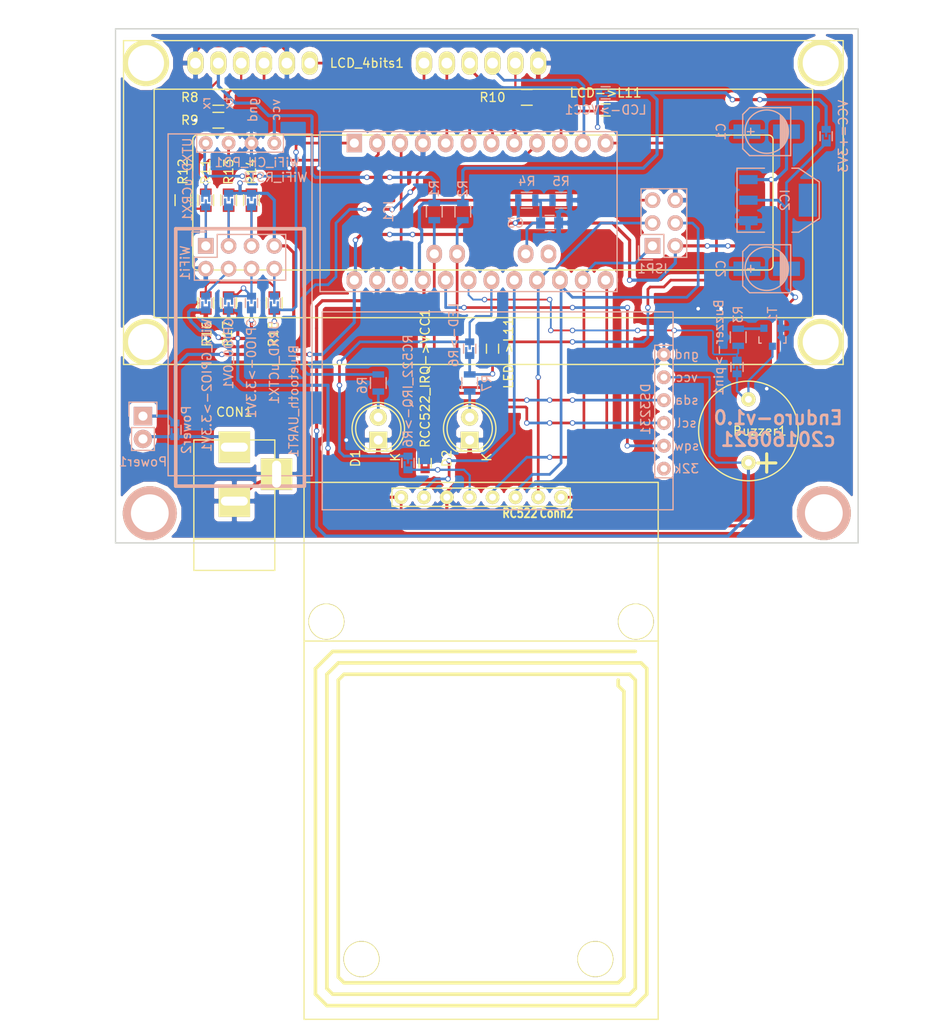
<source format=kicad_pcb>
(kicad_pcb (version 4) (host pcbnew 4.0.2-stable)
  (layers (0 F.Cu signal) (31 B.Cu signal) (34 B.Paste user) (35 F.Paste user) (36 B.SilkS user) (37 F.SilkS user) (38 B.Mask user) (39 F.Mask user) (44 Edge.Cuts user))
  (net 0 "")
  (net 1 GND)
  (net 2 ADC7)
  (net 3 R08)
  (net 4 SCL)
  (net 5 SDA)
  (net 6 R07)
  (net 7 MISO)
  (net 8 SCK)
  (net 9 MOSI)
  (net 10 NRST)
  (net 11 L02)
  (net 12 L01)
  (net 13 L05)
  (net 14 L04)
  (net 15 L06)
  (net 16 L07)
  (net 17 L09)
  (net 18 L10)
  (net 19 "Net-(D1-Pad2)")
  (net 20 "Net-(D2-Pad2)")
  (net 21 L11)
  (net 22 ~SS)
  (net 23 L08)
  (net 24 "Net-(R3-Pad2)")
  (net 25 RAW)
  (net 26 /+3V3)
  (net 27 R05)
  (net 28 /LCD_backlight)
  (net 29 /LED_GREEN)
  (net 30 VCC)
  (net 31 "Net-(LCD_4bits1-Pad3)")
  (net 32 "Net-(LCD_4bits1-Pad15)")
  (net 33 "Net-(CON1-Pad1)")
  (net 34 "Net-(Buzzer->pin1-Pad2)")
  (net 35 /RC522_IRQ)
  (net 36 /WiFi_UTXD)
  (net 37 /WiFi_CH_PD)
  (net 38 /WiFi_RST)
  (net 39 /WiFi_URXD)
  (net 40 /WiFi_GPIO0)
  (net 41 R06)
  (net 42 /WiFi_GPIO2)
  (module thmalmeida:Bluetooth_module (layer B.Cu) (at 40.005 45.72 180)
    (fp_text reference Bluetooth_UART1 (at -2.159 -28.702 270) (layer B.SilkS) (effects (justify mirror)))
    (fp_text value Bluetooth_Conn)
    (fp_text user tx (at 5.08 4.445 450) (layer B.SilkS) (effects (justify mirror)))
    (fp_text user rx (at 7.62 4.445 450) (layer B.SilkS) (effects (justify mirror)))
    (fp_text user gnd (at 2.413 3.683 450) (layer B.SilkS) (effects (justify mirror)))
    (fp_text user vcc (at -0.127 3.683 450) (layer B.SilkS) (effects (justify mirror)))
    (pad 3 thru_hole circle (at 5.08 0 180) (size 1.524 1.524) (drill 0.762) (layers *.Cu *.Mask B.SilkS) (net 11 L02))
    (pad 4 thru_hole circle (at 7.62 0 180) (size 1.524 1.524) (drill 0.762) (layers *.Cu *.Mask B.SilkS) (net 12 L01))
    (pad 2 thru_hole circle (at 2.54 0 180) (size 1.524 1.524) (drill 0.762) (layers *.Cu *.Mask B.SilkS) (net 1 GND))
    (pad 1 thru_hole circle (at 0 0 180) (size 1.524 1.524) (drill 0.762) (layers *.Cu *.Mask B.SilkS) (net 30 VCC))
  )
  (module LEDs:LED-5MM (layer F.Cu) (at 61.722 78.74 90)
    (fp_text reference D2 (at -2.032 -2.54 90) (layer F.SilkS))
    (fp_text value Led_Micro)
    (fp_text user K (at -1.905 1.905 90) (layer F.SilkS))
    (pad 1 thru_hole rect (at 0 0 180) (size 2 1.9) (drill 1.00076) (layers *.Cu *.Mask F.SilkS) (net 1 GND))
    (pad 2 thru_hole circle (at 2.54 0 90) (size 1.9 1.9) (drill 1.00076) (layers *.Cu *.Mask F.SilkS) (net 20 "Net-(D2-Pad2)"))
  )
  (module thmalmeida:LCD1602A_4bits (layer F.Cu) (at 31.242 36.83)
    (fp_text reference LCD_4bits1 (at 19.05 0) (layer F.SilkS))
    (fp_text value LCD_4bits)
    (pad 1 thru_hole oval (at 0 0) (size 1.8 2.6) (drill 1.2) (layers *.Cu *.Mask F.SilkS) (net 1 GND))
    (pad 2 thru_hole oval (at 2.54 0) (size 1.8 2.6) (drill 1.2) (layers *.Cu *.Mask F.SilkS) (net 30 VCC))
    (pad 3 thru_hole oval (at 5.08 0) (size 1.8 2.6) (drill 1.2) (layers *.Cu *.Mask F.SilkS) (net 31 "Net-(LCD_4bits1-Pad3)"))
    (pad 4 thru_hole oval (at 7.62 0) (size 1.8 2.6) (drill 1.2) (layers *.Cu *.Mask F.SilkS) (net 14 L04))
    (pad 5 thru_hole oval (at 10.16 0) (size 1.8 2.6) (drill 1.2) (layers *.Cu *.Mask F.SilkS) (net 1 GND))
    (pad 6 thru_hole oval (at 12.7 0) (size 1.8 2.6) (drill 1.2) (layers *.Cu *.Mask F.SilkS) (net 13 L05))
    (pad 11 thru_hole oval (at 25.4 0) (size 1.8 2.6) (drill 1.2) (layers *.Cu *.Mask F.SilkS) (net 15 L06))
    (pad 12 thru_hole oval (at 27.94 0) (size 1.8 2.6) (drill 1.2) (layers *.Cu *.Mask F.SilkS) (net 16 L07))
    (pad 13 thru_hole oval (at 30.48 0) (size 1.8 2.6) (drill 1.2) (layers *.Cu *.Mask F.SilkS) (net 17 L09))
    (pad 14 thru_hole oval (at 33.02 0) (size 1.8 2.6) (drill 1.2) (layers *.Cu *.Mask F.SilkS) (net 18 L10))
    (pad 15 thru_hole oval (at 35.56 0) (size 1.8 2.6) (drill 1.2) (layers *.Cu *.Mask F.SilkS) (net 32 "Net-(LCD_4bits1-Pad15)"))
    (pad 16 thru_hole oval (at 38.1 0) (size 1.8 2.6) (drill 1.2) (layers *.Cu *.Mask F.SilkS) (net 1 GND))
    (pad 0 thru_hole circle (at -5.4991 0) (size 5 5) (drill 4) (layers *.Cu *.Mask F.SilkS))
    (pad 0 thru_hole circle (at -5.4991 31.0007) (size 5 5) (drill 4) (layers *.Cu *.Mask F.SilkS))
    (pad 0 thru_hole circle (at 69.49948 31.0007) (size 5 5) (drill 4) (layers *.Cu *.Mask F.SilkS))
    (pad 0 thru_hole circle (at 69.49948 0) (size 5 5) (drill 4) (layers *.Cu *.Mask F.SilkS))
  )
  (module Resistors_SMD:R_0805 (layer B.Cu) (at 60.96 53.34 90)
    (fp_text reference R2 (at 2.54 0 90) (layer B.SilkS) (effects (justify mirror)))
    (fp_text value "4.7 k")
    (pad 1 smd rect (at -0.95 0 90) (size 0.7 1.3) (layers B.Cu B.Paste B.Mask) (net 5 SDA))
    (pad 2 smd rect (at 0.95 0 90) (size 0.7 1.3) (layers B.Cu B.Paste B.Mask) (net 30 VCC))
  )
  (module thmalmeida:DS3231_module (layer B.Cu) (at 83.312 81.915 90)
    (fp_text reference DS3231 (at 6.604 -2.032 90) (layer B.SilkS) (effects (justify mirror)))
    (fp_text value DS3231)
    (fp_text user gnd (at 12.7 2.54 360) (layer B.SilkS) (effects (justify mirror)))
    (fp_text user vcc (at 10.16 2.54 360) (layer B.SilkS) (effects (justify mirror)))
    (fp_text user scl (at 5.08 2.54 360) (layer B.SilkS) (effects (justify mirror)))
    (fp_text user sda (at 7.62 2.54 360) (layer B.SilkS) (effects (justify mirror)))
    (fp_text user sqw (at 2.54 2.54 360) (layer B.SilkS) (effects (justify mirror)))
    (fp_text user 32k (at 0 2.54 360) (layer B.SilkS) (effects (justify mirror)))
    (pad 3 thru_hole circle (at 7.62 0 90) (size 1.524 1.524) (drill 0.762) (layers *.Cu *.Mask B.SilkS) (net 5 SDA))
    (pad 4 thru_hole circle (at 5.08 0 90) (size 1.524 1.524) (drill 0.762) (layers *.Cu *.Mask B.SilkS) (net 4 SCL))
    (pad 2 thru_hole circle (at 10.16 0 90) (size 1.524 1.524) (drill 0.762) (layers *.Cu *.Mask B.SilkS) (net 30 VCC))
    (pad 1 thru_hole circle (at 12.7 0 90) (size 1.524 1.524) (drill 0.762) (layers *.Cu *.Mask B.SilkS) (net 1 GND))
    (pad 5 thru_hole circle (at 2.54 0 90) (size 1.524 1.524) (drill 0.762) (layers *.Cu *.Mask B.SilkS) (net 3 R08))
    (pad 6 thru_hole circle (at 0 0 90) (size 1.524 1.524) (drill 0.762) (layers *.Cu *.Mask B.SilkS))
  )
  (module thmalmeida:Buzzer-5V (layer F.Cu) (at 92.71 77.724 90)
    (fp_text reference Buzzer1 (at 0 1.27 180) (layer F.SilkS))
    (fp_text value Buzzer)
    (pad 1 thru_hole circle (at -3.52 0 90) (size 1.6 1.6) (drill 0.762) (layers *.Cu *.Mask F.SilkS) (net 30 VCC))
    (pad 2 thru_hole circle (at 3.52 0 90) (size 1.6 1.6) (drill 0.762) (layers *.Cu *.Mask F.SilkS) (net 34 "Net-(Buzzer->pin1-Pad2)"))
  )
  (module LEDs:LED-5MM (layer F.Cu) (at 51.562 78.74 90)
    (fp_text reference D1 (at -2.032 -2.54 90) (layer F.SilkS))
    (fp_text value Led_Micro)
    (fp_text user K (at -1.905 1.905 90) (layer F.SilkS))
    (pad 1 thru_hole rect (at 0 0 180) (size 2 1.9) (drill 1.00076) (layers *.Cu *.Mask F.SilkS) (net 1 GND))
    (pad 2 thru_hole circle (at 2.54 0 90) (size 1.9 1.9) (drill 1.00076) (layers *.Cu *.Mask F.SilkS) (net 19 "Net-(D1-Pad2)"))
  )
  (module thmalmeida:ScrewHole_4.2mm (layer B.Cu) (at 26.162 86.868 180)
    (fp_text reference E1 hide)
    (fp_text value ScrewHole hide)
    (pad "" thru_hole circle (at 0 0 180) (size 6 6) (drill 4.2) (layers *.Cu *.SilkS *.Mask))
  )
  (module thmalmeida:ScrewHole_4.2mm (layer B.Cu) (at 101.092 86.106)
    (fp_text reference E2 hide)
    (fp_text value ScrewHole hide)
    (pad "" thru_hole circle (at 0 0.75) (size 6 6) (drill 4.2) (layers *.Cu *.SilkS *.Mask))
  )
  (module TO_SOT_Packages_SMD:SOT-23 (layer B.Cu) (at 95.377 67.31)
    (fp_text reference T1 (at 0 -2.54 90) (layer B.SilkS) (effects (justify mirror)))
    (fp_text value NPN)
    (pad 1 smd rect (at -0.95 -1.00076) (size 0.8001 0.8001) (layers B.Cu B.Paste B.Mask) (net 24 "Net-(R3-Pad2)"))
    (pad 2 smd rect (at 0.95 -1.00076) (size 0.8001 0.8001) (layers B.Cu B.Paste B.Mask) (net 1 GND))
    (pad 3 smd rect (at 0 0.99822) (size 0.8001 0.8001) (layers B.Cu B.Paste B.Mask) (net 34 "Net-(Buzzer->pin1-Pad2)"))
  )
  (module TO_SOT_Packages_SMD:SOT-223 (layer B.Cu) (at 96.012 52.07 90)
    (fp_text reference IC2 (at 0 0.762 90) (layer B.SilkS) (effects (justify mirror)))
    (fp_text value AMS1117-3.3)
    (pad 4 smd rect (at 0 3.302 90) (size 3.6576 2.032) (layers B.Cu B.Paste B.Mask))
    (pad 2 smd rect (at 0 -3.302 90) (size 1.016 2.032) (layers B.Cu B.Paste B.Mask) (net 26 /+3V3))
    (pad 3 smd rect (at 2.286 -3.302 90) (size 1.016 2.032) (layers B.Cu B.Paste B.Mask) (net 25 RAW))
    (pad 1 smd rect (at -2.286 -3.302 90) (size 1.016 2.032) (layers B.Cu B.Paste B.Mask) (net 1 GND))
  )
  (module Capacitors_SMD:c_elec_5x4.5 (layer B.Cu) (at 94.742 44.45 180)
    (fp_text reference C1 (at 5.08 0 450) (layer B.SilkS) (effects (justify mirror)))
    (fp_text value "10 uF")
    (pad 1 smd rect (at 2.19964 0 180) (size 2.99974 1.6002) (layers B.Cu B.Paste B.Mask) (net 1 GND))
    (pad 2 smd rect (at -2.19964 0 180) (size 2.99974 1.6002) (layers B.Cu B.Paste B.Mask) (net 25 RAW))
  )
  (module Resistors_SMD:R_0805 (layer B.Cu) (at 57.785 53.34 90)
    (fp_text reference R1 (at 2.54 0 90) (layer B.SilkS) (effects (justify mirror)))
    (fp_text value "4.7 k")
    (pad 1 smd rect (at -0.95 0 90) (size 0.7 1.3) (layers B.Cu B.Paste B.Mask) (net 4 SCL))
    (pad 2 smd rect (at 0.95 0 90) (size 0.7 1.3) (layers B.Cu B.Paste B.Mask) (net 30 VCC))
  )
  (module Resistors_SMD:R_0805 (layer B.Cu) (at 91.567 67.31 90)
    (fp_text reference R3 (at 2.54 0 90) (layer B.SilkS) (effects (justify mirror)))
    (fp_text value "4.7 k")
    (pad 1 smd rect (at -0.95 0 90) (size 0.7 1.3) (layers B.Cu B.Paste B.Mask) (net 6 R07))
    (pad 2 smd rect (at 0.95 0 90) (size 0.7 1.3) (layers B.Cu B.Paste B.Mask) (net 24 "Net-(R3-Pad2)"))
  )
  (module Resistors_SMD:R_0805 (layer B.Cu) (at 68.072 52.07 180)
    (fp_text reference R4 (at 0 2.1 180) (layer B.SilkS) (effects (justify mirror)))
    (fp_text value "47 k")
    (pad 1 smd rect (at -0.95 0 180) (size 0.7 1.3) (layers B.Cu B.Paste B.Mask) (net 2 ADC7))
    (pad 2 smd rect (at 0.95 0 180) (size 0.7 1.3) (layers B.Cu B.Paste B.Mask) (net 25 RAW))
  )
  (module Resistors_SMD:R_0805 (layer B.Cu) (at 71.882 52.07 180)
    (fp_text reference R5 (at 0 2.1 180) (layer B.SilkS) (effects (justify mirror)))
    (fp_text value "4.7 k")
    (pad 1 smd rect (at -0.95 0 180) (size 0.7 1.3) (layers B.Cu B.Paste B.Mask) (net 1 GND))
    (pad 2 smd rect (at 0.95 0 180) (size 0.7 1.3) (layers B.Cu B.Paste B.Mask) (net 2 ADC7))
  )
  (module Resistors_SMD:R_0805 (layer B.Cu) (at 51.562 72.39 90)
    (fp_text reference R6 (at -0.254 -1.778 90) (layer B.SilkS) (effects (justify mirror)))
    (fp_text value 680)
    (pad 1 smd rect (at -0.95 0 90) (size 0.7 1.3) (layers B.Cu B.Paste B.Mask) (net 19 "Net-(D1-Pad2)"))
    (pad 2 smd rect (at 0.95 0 90) (size 0.7 1.3) (layers B.Cu B.Paste B.Mask) (net 23 L08))
  )
  (module Resistors_SMD:R_0805 (layer B.Cu) (at 61.722 72.39 90)
    (fp_text reference R7 (at 0 1.905 90) (layer B.SilkS) (effects (justify mirror)))
    (fp_text value 510)
    (pad 1 smd rect (at -0.95 0 90) (size 0.7 1.3) (layers B.Cu B.Paste B.Mask) (net 20 "Net-(D2-Pad2)"))
    (pad 2 smd rect (at 0.95 0 90) (size 0.7 1.3) (layers B.Cu B.Paste B.Mask) (net 29 /LED_GREEN))
  )
  (module Resistors_SMD:R_0805 (layer F.Cu) (at 33.782 40.64 180)
    (fp_text reference R8 (at 3.175 0 180) (layer F.SilkS))
    (fp_text value "8.2 k")
    (pad 1 smd rect (at -0.95 0 180) (size 0.7 1.3) (layers F.Cu F.Paste F.Mask) (net 31 "Net-(LCD_4bits1-Pad3)"))
    (pad 2 smd rect (at 0.95 0 180) (size 0.7 1.3) (layers F.Cu F.Paste F.Mask) (net 30 VCC))
  )
  (module Resistors_SMD:R_0805 (layer F.Cu) (at 33.782 43.18)
    (fp_text reference R9 (at -3.175 0) (layer F.SilkS))
    (fp_text value "1.5 k")
    (pad 1 smd rect (at -0.95 0) (size 0.7 1.3) (layers F.Cu F.Paste F.Mask) (net 1 GND))
    (pad 2 smd rect (at 0.95 0) (size 0.7 1.3) (layers F.Cu F.Paste F.Mask) (net 31 "Net-(LCD_4bits1-Pad3)"))
  )
  (module Resistors_SMD:R_0805 (layer F.Cu) (at 68.072 40.64 180)
    (fp_text reference R10 (at 3.81 0 180) (layer F.SilkS))
    (fp_text value 680)
    (pad 1 smd rect (at -0.95 0 180) (size 0.7 1.3) (layers F.Cu F.Paste F.Mask) (net 28 /LCD_backlight))
    (pad 2 smd rect (at 0.95 0 180) (size 0.7 1.3) (layers F.Cu F.Paste F.Mask) (net 32 "Net-(LCD_4bits1-Pad15)"))
  )
  (module Capacitors_SMD:C_0805 (layer B.Cu) (at 70.612 54.61)
    (fp_text reference C3 (at -3.81 0) (layer B.SilkS) (effects (justify mirror)))
    (fp_text value "1 uF")
    (pad 1 smd rect (at -1 0) (size 1 1.25) (layers B.Cu B.Paste B.Mask) (net 2 ADC7))
    (pad 2 smd rect (at 1 0) (size 1 1.25) (layers B.Cu B.Paste B.Mask) (net 1 GND))
  )
  (module Pin_Headers:Pin_Header_Straight_2x03 (layer B.Cu) (at 82.042 57.15)
    (fp_text reference ISP1 (at 0 2.54) (layer B.SilkS) (effects (justify mirror)))
    (fp_text value ISP_Programmer)
    (pad 1 thru_hole rect (at 0 0) (size 1.7272 1.7272) (drill 1.016) (layers *.Cu *.Mask B.SilkS) (net 7 MISO))
    (pad 2 thru_hole oval (at 2.54 0) (size 1.7272 1.7272) (drill 1.016) (layers *.Cu *.Mask B.SilkS) (net 25 RAW))
    (pad 3 thru_hole oval (at 0 -2.54) (size 1.7272 1.7272) (drill 1.016) (layers *.Cu *.Mask B.SilkS) (net 8 SCK))
    (pad 4 thru_hole oval (at 2.54 -2.54) (size 1.7272 1.7272) (drill 1.016) (layers *.Cu *.Mask B.SilkS) (net 9 MOSI))
    (pad 5 thru_hole oval (at 0 -5.08) (size 1.7272 1.7272) (drill 1.016) (layers *.Cu *.Mask B.SilkS) (net 10 NRST))
    (pad 6 thru_hole oval (at 2.54 -5.08) (size 1.7272 1.7272) (drill 1.016) (layers *.Cu *.Mask B.SilkS) (net 1 GND))
  )
  (module thmalmeida:RC522_Module (layer F.Cu) (at 71.882 85.09 180)
    (fp_text reference Conn2 (at 0.508 -1.778 360) (layer F.SilkS) (effects (font (size 1 0.8) (thickness 0.2))))
    (fp_text value RC522 (at 4.572 -1.778 360) (layer F.SilkS) (effects (font (size 1 0.8) (thickness 0.2))))
    (pad 2 thru_hole circle (at 2.54 0 90) (size 1.524 1.524) (drill 0.762) (layers *.Cu *.Mask F.SilkS) (net 8 SCK))
    (pad 1 thru_hole circle (at 0 0 90) (size 1.524 1.524) (drill 0.762) (layers *.Cu *.Mask F.SilkS) (net 22 ~SS))
    (pad 3 thru_hole circle (at 5.08 0 90) (size 1.524 1.524) (drill 0.762) (layers *.Cu *.Mask F.SilkS) (net 9 MOSI))
    (pad 4 thru_hole circle (at 7.62 0 90) (size 1.524 1.524) (drill 0.762) (layers *.Cu *.Mask F.SilkS) (net 7 MISO))
    (pad 5 thru_hole circle (at 10.16 0 90) (size 1.524 1.524) (drill 0.762) (layers *.Cu *.Mask F.SilkS) (net 35 /RC522_IRQ))
    (pad 6 thru_hole circle (at 12.7 0 90) (size 1.524 1.524) (drill 0.762) (layers *.Cu *.Mask F.SilkS) (net 1 GND))
    (pad 7 thru_hole circle (at 15.24 0 90) (size 1.524 1.524) (drill 0.762) (layers *.Cu *.Mask F.SilkS) (net 27 R05))
    (pad 8 thru_hole circle (at 17.78 0 90) (size 1.524 1.524) (drill 0.762) (layers *.Cu *.Mask F.SilkS) (net 26 /+3V3))
    (pad "" thru_hole circle (at -8.31 -13.82 180) (size 4 4) (drill 3.8) (layers *.Cu *.Mask F.SilkS))
    (pad "" thru_hole circle (at 26.09 -13.82 180) (size 4 4) (drill 3.8) (layers *.Cu *.Mask F.SilkS))
    (pad "" thru_hole circle (at -3.81 -51.34 180) (size 4 4) (drill 3.8) (layers *.Cu *.Mask F.SilkS))
    (pad "" thru_hole circle (at 22.19 -51.34 180) (size 4 4) (drill 3.8) (layers *.Cu *.Mask F.SilkS))
  )
  (module Capacitors_SMD:c_elec_5x4.5 (layer B.Cu) (at 94.742 59.69 180)
    (fp_text reference C2 (at 5.08 0 270) (layer B.SilkS) (effects (justify mirror)))
    (fp_text value "22 uF")
    (pad 1 smd rect (at 2.19964 0 180) (size 2.99974 1.6002) (layers B.Cu B.Paste B.Mask) (net 1 GND))
    (pad 2 smd rect (at -2.19964 0 180) (size 2.99974 1.6002) (layers B.Cu B.Paste B.Mask) (net 26 /+3V3))
  )
  (module thmalmeida:J_0603 (layer B.Cu) (at 76.835 40.132)
    (fp_text reference LCD->VCC1 (at 0 1.9) (layer B.SilkS) (effects (font (thickness 0.1524)) (justify mirror)))
    (fp_text value Jumper)
    (pad 2 smd rect (at 0.762 0) (size 0.762 1.016) (layers B.Cu B.Paste B.Mask) (net 30 VCC) (clearance 0.063))
    (pad 1 smd rect (at -0.381 -0.381) (size 1.143 0.254) (layers B.Cu B.Paste B.Mask) (net 28 /LCD_backlight) (clearance 0.063))
    (pad 1 smd rect (at -0.762 0) (size 0.762 1.016) (layers B.Cu B.Paste B.Mask) (net 28 /LCD_backlight) (clearance 0.063))
    (pad 1 smd rect (at -0.381 0.381) (size 1.143 0.254) (layers B.Cu B.Paste B.Mask) (net 28 /LCD_backlight) (clearance 0.063))
    (pad 2 smd rect (at 0.508 0) (size 1.2 0.254) (layers B.Cu B.Paste B.Mask) (net 30 VCC) (clearance 0.063))
  )
  (module thmalmeida:J_0603 (layer F.Cu) (at 76.835 42.037)
    (fp_text reference LCD->L11 (at 0 -1.9) (layer F.SilkS) (effects (font (thickness 0.1524))))
    (fp_text value Jumper)
    (pad 2 smd rect (at 0.762 0) (size 0.762 1.016) (layers F.Cu F.Paste F.Mask) (net 21 L11) (clearance 0.063))
    (pad 1 smd rect (at -0.381 0.381) (size 1.143 0.254) (layers F.Cu F.Paste F.Mask) (net 28 /LCD_backlight) (clearance 0.063))
    (pad 1 smd rect (at -0.762 0) (size 0.762 1.016) (layers F.Cu F.Paste F.Mask) (net 28 /LCD_backlight) (clearance 0.063))
    (pad 1 smd rect (at -0.381 -0.381) (size 1.143 0.254) (layers F.Cu F.Paste F.Mask) (net 28 /LCD_backlight) (clearance 0.063))
    (pad 2 smd rect (at 0.508 0) (size 1.2 0.254) (layers F.Cu F.Paste F.Mask) (net 21 L11) (clearance 0.063))
  )
  (module thmalmeida:J_0603 (layer B.Cu) (at 101.346 44.958 90)
    (fp_text reference VCC=+3V3 (at 0 1.9 90) (layer B.SilkS) (effects (font (thickness 0.1524)) (justify mirror)))
    (fp_text value Jumper)
    (pad 2 smd rect (at 0.762 0 90) (size 0.762 1.016) (layers B.Cu B.Paste B.Mask) (net 30 VCC) (clearance 0.063))
    (pad 1 smd rect (at -0.381 -0.381 90) (size 1.143 0.254) (layers B.Cu B.Paste B.Mask) (net 26 /+3V3) (clearance 0.063))
    (pad 1 smd rect (at -0.762 0 90) (size 0.762 1.016) (layers B.Cu B.Paste B.Mask) (net 26 /+3V3) (clearance 0.063))
    (pad 1 smd rect (at -0.381 0.381 90) (size 1.143 0.254) (layers B.Cu B.Paste B.Mask) (net 26 /+3V3) (clearance 0.063))
    (pad 2 smd rect (at 0.508 0 90) (size 1.2 0.254) (layers B.Cu B.Paste B.Mask) (net 30 VCC) (clearance 0.063))
  )
  (module thmalmeida:J_0603 (layer F.Cu) (at 64.262 68.58 90)
    (fp_text reference LED->L11 (at -0.508 1.778 90) (layer F.SilkS) (effects (font (thickness 0.1524))))
    (fp_text value Jumper)
    (pad 2 smd rect (at 0.762 0 90) (size 0.762 1.016) (layers F.Cu F.Paste F.Mask) (net 21 L11) (clearance 0.063))
    (pad 1 smd rect (at -0.381 0.381 90) (size 1.143 0.254) (layers F.Cu F.Paste F.Mask) (net 29 /LED_GREEN) (clearance 0.063))
    (pad 1 smd rect (at -0.762 0 90) (size 0.762 1.016) (layers F.Cu F.Paste F.Mask) (net 29 /LED_GREEN) (clearance 0.063))
    (pad 1 smd rect (at -0.381 -0.381 90) (size 1.143 0.254) (layers F.Cu F.Paste F.Mask) (net 29 /LED_GREEN) (clearance 0.063))
    (pad 2 smd rect (at 0.508 0 90) (size 1.2 0.254) (layers F.Cu F.Paste F.Mask) (net 21 L11) (clearance 0.063))
  )
  (module thmalmeida:ARDUINO_PRO_MINI_2 (layer B.Cu) (at 61.595 53.34 270)
    (fp_text reference IC1 (at 0 8.89 270) (layer B.SilkS) (effects (justify mirror)))
    (fp_text value atmega328p_pro_mini_2)
    (pad 31 thru_hole oval (at 4.7 1.27 270) (size 2.032 1.7272) (drill 1.016) (layers *.Cu *.Mask B.SilkS) (net 5 SDA))
    (pad 34 thru_hole oval (at 4.7 -6.35 270) (size 2.032 1.7272) (drill 1.016) (layers *.Cu *.Mask B.SilkS) (net 2 ADC7))
    (pad 33 thru_hole oval (at 4.7 -8.89 270) (size 2.032 1.7272) (drill 1.016) (layers *.Cu *.Mask B.SilkS))
    (pad 32 thru_hole oval (at 4.7 3.81 270) (size 2.032 1.7272) (drill 1.016) (layers *.Cu *.Mask B.SilkS) (net 4 SCL))
    (pad 24 thru_hole oval (at 7.62 12.7 270) (size 2.032 1.7272) (drill 1.016) (layers *.Cu *.Mask B.SilkS) (net 25 RAW))
    (pad 5 thru_hole oval (at -7.62 2.54 270) (size 2.032 1.7272) (drill 1.016) (layers *.Cu *.Mask B.SilkS) (net 14 L04))
    (pad 22 thru_hole oval (at 7.62 7.62 270) (size 2.032 1.7272) (drill 1.016) (layers *.Cu *.Mask B.SilkS) (net 10 NRST))
    (pad 21 thru_hole oval (at 7.62 5.08 270) (size 2.032 1.7272) (drill 1.016) (layers *.Cu *.Mask B.SilkS) (net 30 VCC))
    (pad 23 thru_hole oval (at 7.62 10.16 270) (size 2.032 1.7272) (drill 1.016) (layers *.Cu *.Mask B.SilkS) (net 1 GND))
    (pad 12 thru_hole oval (at -7.62 -15.24 270) (size 2.032 1.7272) (drill 1.016) (layers *.Cu *.Mask B.SilkS) (net 21 L11))
    (pad 13 thru_hole oval (at 7.62 -15.24 270) (size 2.032 1.7272) (drill 1.016) (layers *.Cu *.Mask B.SilkS) (net 22 ~SS))
    (pad 14 thru_hole oval (at 7.62 -12.7 270) (size 2.032 1.7272) (drill 1.016) (layers *.Cu *.Mask B.SilkS) (net 7 MISO))
    (pad 15 thru_hole oval (at 7.62 -10.16 270) (size 2.032 1.7272) (drill 1.016) (layers *.Cu *.Mask B.SilkS) (net 9 MOSI))
    (pad 16 thru_hole oval (at 7.62 -7.62 270) (size 2.032 1.7272) (drill 1.016) (layers *.Cu *.Mask B.SilkS) (net 8 SCK))
    (pad 17 thru_hole oval (at 7.62 -5.08 270) (size 2.032 1.7272) (drill 1.016) (layers *.Cu *.Mask B.SilkS) (net 27 R05))
    (pad 18 thru_hole oval (at 7.62 -2.54 270) (size 2.032 1.7272) (drill 1.016) (layers *.Cu *.Mask B.SilkS) (net 41 R06))
    (pad 20 thru_hole oval (at 7.62 2.54 270) (size 2.032 1.7272) (drill 1.016) (layers *.Cu *.Mask B.SilkS) (net 3 R08))
    (pad 19 thru_hole oval (at 7.62 0 270) (size 2.032 1.7272) (drill 1.016) (layers *.Cu *.Mask B.SilkS) (net 6 R07))
    (pad 10 thru_hole oval (at -7.62 -10.16 270) (size 2.032 1.7272) (drill 1.016) (layers *.Cu *.Mask B.SilkS) (net 17 L09))
    (pad 11 thru_hole oval (at -7.62 -12.7 270) (size 2.032 1.7272) (drill 1.016) (layers *.Cu *.Mask B.SilkS) (net 18 L10))
    (pad 9 thru_hole oval (at -7.62 -7.62 270) (size 2.032 1.7272) (drill 1.016) (layers *.Cu *.Mask B.SilkS) (net 23 L08))
    (pad 8 thru_hole oval (at -7.62 -5.08 270) (size 2.032 1.7272) (drill 1.016) (layers *.Cu *.Mask B.SilkS) (net 16 L07))
    (pad 7 thru_hole oval (at -7.62 -2.54 270) (size 2.032 1.7272) (drill 1.016) (layers *.Cu *.Mask B.SilkS) (net 15 L06))
    (pad 6 thru_hole oval (at -7.62 0 270) (size 2.032 1.7272) (drill 1.016) (layers *.Cu *.Mask B.SilkS) (net 13 L05))
    (pad 4 thru_hole oval (at -7.62 5.08 270) (size 2.032 1.7272) (drill 1.016) (layers *.Cu *.Mask B.SilkS) (net 1 GND))
    (pad 3 thru_hole oval (at -7.62 7.62 270) (size 2.032 1.7272) (drill 1.016) (layers *.Cu *.Mask B.SilkS) (net 10 NRST))
    (pad 2 thru_hole oval (at -7.62 10.16 270) (size 2.032 1.7272) (drill 1.016) (layers *.Cu *.Mask B.SilkS) (net 11 L02))
    (pad 1 thru_hole rect (at -7.62 12.7 90) (size 2.032 1.7272) (drill 1.016) (layers *.Cu *.Mask B.SilkS) (net 12 L01))
  )
  (module Pin_Headers:Pin_Header_Straight_1x02 (layer B.Cu) (at 25.4 76.073 180)
    (fp_text reference Power1 (at 0 -5.08 180) (layer B.SilkS) (effects (justify mirror)))
    (fp_text value "Power switch")
    (pad 1 thru_hole rect (at 0 0 180) (size 2.032 2.032) (drill 1.016) (layers *.Cu *.Mask B.SilkS) (net 25 RAW))
    (pad 2 thru_hole oval (at 0 -2.54 180) (size 2.032 2.032) (drill 1.016) (layers *.Cu *.Mask B.SilkS) (net 33 "Net-(CON1-Pad1)"))
  )
  (module thmalmeida:J_0603 (layer B.Cu) (at 28.956 77.597 90)
    (fp_text reference Power2 (at 0 1.27 90) (layer B.SilkS) (effects (font (thickness 0.1524)) (justify mirror)))
    (fp_text value Jumper)
    (pad 2 smd rect (at 0.762 0 90) (size 0.762 1.016) (layers B.Cu B.Paste B.Mask) (net 25 RAW) (clearance 0.063))
    (pad 1 smd rect (at -0.381 -0.381 90) (size 1.143 0.254) (layers B.Cu B.Paste B.Mask) (net 33 "Net-(CON1-Pad1)") (clearance 0.063))
    (pad 1 smd rect (at -0.762 0 90) (size 0.762 1.016) (layers B.Cu B.Paste B.Mask) (net 33 "Net-(CON1-Pad1)") (clearance 0.063))
    (pad 1 smd rect (at -0.381 0.381 90) (size 1.143 0.254) (layers B.Cu B.Paste B.Mask) (net 33 "Net-(CON1-Pad1)") (clearance 0.063))
    (pad 2 smd rect (at 0.508 0 90) (size 1.2 0.254) (layers B.Cu B.Paste B.Mask) (net 25 RAW) (clearance 0.063))
  )
  (module thmalmeida:J_0603 (layer B.Cu) (at 91.44 70.612 270)
    (fp_text reference Buzzer->pin1 (at -2.159 2.032 270) (layer B.SilkS) (effects (font (thickness 0.1524)) (justify mirror)))
    (fp_text value Jumper)
    (pad 2 smd rect (at 0.762 0 270) (size 0.762 1.016) (layers B.Cu B.Paste B.Mask) (net 34 "Net-(Buzzer->pin1-Pad2)") (clearance 0.063))
    (pad 1 smd rect (at -0.381 -0.381 270) (size 1.143 0.254) (layers B.Cu B.Paste B.Mask) (net 6 R07) (clearance 0.063))
    (pad 1 smd rect (at -0.762 0 270) (size 0.762 1.016) (layers B.Cu B.Paste B.Mask) (net 6 R07) (clearance 0.063))
    (pad 1 smd rect (at -0.381 0.381 270) (size 1.143 0.254) (layers B.Cu B.Paste B.Mask) (net 6 R07) (clearance 0.063))
    (pad 2 smd rect (at 0.508 0 270) (size 1.2 0.254) (layers B.Cu B.Paste B.Mask) (net 34 "Net-(Buzzer->pin1-Pad2)") (clearance 0.063))
  )
  (module Connect:BARREL_JACK (layer F.Cu) (at 35.56 85.725 90)
    (fp_text reference CON1 (at 10.09904 0 180) (layer F.SilkS))
    (fp_text value BARREL_JACK)
    (pad 1 thru_hole rect (at 6.20014 0 90) (size 3.50012 3.50012) (drill oval 1.00076 2.99974) (layers *.Cu *.Mask F.SilkS) (net 33 "Net-(CON1-Pad1)"))
    (pad 2 thru_hole rect (at 0.20066 0 90) (size 3.50012 3.50012) (drill oval 1.00076 2.99974) (layers *.Cu *.Mask F.SilkS) (net 1 GND))
    (pad 3 thru_hole rect (at 3.2004 4.699 90) (size 3.50012 3.50012) (drill oval 2.99974 1.00076) (layers *.Cu *.Mask F.SilkS) (net 1 GND))
  )
  (module Resistors_SMD:R_0805 (layer F.Cu) (at 32.385 52.07 270)
    (fp_text reference R11 (at -3.175 0 270) (layer F.SilkS))
    (fp_text value "1.1 k")
    (pad 1 smd rect (at -0.95 0 270) (size 0.7 1.3) (layers F.Cu F.Paste F.Mask) (net 11 L02))
    (pad 2 smd rect (at 0.95 0 270) (size 0.7 1.3) (layers F.Cu F.Paste F.Mask) (net 36 /WiFi_UTXD))
  )
  (module Resistors_SMD:R_0805 (layer F.Cu) (at 29.845 52.07 90)
    (fp_text reference R12 (at 3.175 0 90) (layer F.SilkS))
    (fp_text value "2.2 k")
    (pad 1 smd rect (at -0.95 0 90) (size 0.7 1.3) (layers F.Cu F.Paste F.Mask) (net 36 /WiFi_UTXD))
    (pad 2 smd rect (at 0.95 0 90) (size 0.7 1.3) (layers F.Cu F.Paste F.Mask) (net 1 GND))
  )
  (module Resistors_SMD:R_0805 (layer F.Cu) (at 34.925 52.07 90)
    (fp_text reference R13 (at 3.175 0 90) (layer F.SilkS))
    (fp_text value "33 k")
    (pad 1 smd rect (at -0.95 0 90) (size 0.7 1.3) (layers F.Cu F.Paste F.Mask) (net 37 /WiFi_CH_PD))
    (pad 2 smd rect (at 0.95 0 90) (size 0.7 1.3) (layers F.Cu F.Paste F.Mask) (net 26 /+3V3))
  )
  (module Resistors_SMD:R_0805 (layer F.Cu) (at 37.465 52.07 90)
    (fp_text reference R14 (at 3.175 0 90) (layer F.SilkS))
    (fp_text value "33 k")
    (pad 1 smd rect (at -0.95 0 90) (size 0.7 1.3) (layers F.Cu F.Paste F.Mask) (net 38 /WiFi_RST))
    (pad 2 smd rect (at 0.95 0 90) (size 0.7 1.3) (layers F.Cu F.Paste F.Mask) (net 26 /+3V3))
  )
  (module Resistors_SMD:R_0805 (layer F.Cu) (at 40.005 63.5 90)
    (fp_text reference R15 (at -3.429 -0.127 90) (layer F.SilkS))
    (fp_text value "1.1 k")
    (pad 1 smd rect (at -0.95 0 90) (size 0.7 1.3) (layers F.Cu F.Paste F.Mask) (net 12 L01))
    (pad 2 smd rect (at 0.95 0 90) (size 0.7 1.3) (layers F.Cu F.Paste F.Mask) (net 39 /WiFi_URXD))
  )
  (module Resistors_SMD:R_0805 (layer F.Cu) (at 32.385 63.5 270)
    (fp_text reference R16 (at 3.429 -0.127 270) (layer F.SilkS))
    (fp_text value "2.2 k")
    (pad 1 smd rect (at -0.95 0 270) (size 0.7 1.3) (layers F.Cu F.Paste F.Mask) (net 39 /WiFi_URXD))
    (pad 2 smd rect (at 0.95 0 270) (size 0.7 1.3) (layers F.Cu F.Paste F.Mask) (net 1 GND))
  )
  (module Resistors_SMD:R_0805 (layer F.Cu) (at 34.925 63.5 90)
    (fp_text reference R17 (at -3.429 -0.127 90) (layer F.SilkS))
    (fp_text value "22 k")
    (pad 1 smd rect (at -0.95 0 90) (size 0.7 1.3) (layers F.Cu F.Paste F.Mask) (net 26 /+3V3))
    (pad 2 smd rect (at 0.95 0 90) (size 0.7 1.3) (layers F.Cu F.Paste F.Mask) (net 40 /WiFi_GPIO0))
  )
  (module thmalmeida:J_0603 (layer B.Cu) (at 40.005 63.5 90)
    (fp_text reference URXD_uCTX1 (at -6.604 0 90) (layer B.SilkS) (effects (font (thickness 0.1524)) (justify mirror)))
    (fp_text value Jumper)
    (pad 2 smd rect (at 0.762 0 90) (size 0.762 1.016) (layers B.Cu B.Paste B.Mask) (net 39 /WiFi_URXD) (clearance 0.063))
    (pad 1 smd rect (at -0.381 -0.381 90) (size 1.143 0.254) (layers B.Cu B.Paste B.Mask) (net 12 L01) (clearance 0.063))
    (pad 1 smd rect (at -0.762 0 90) (size 0.762 1.016) (layers B.Cu B.Paste B.Mask) (net 12 L01) (clearance 0.063))
    (pad 1 smd rect (at -0.381 0.381 90) (size 1.143 0.254) (layers B.Cu B.Paste B.Mask) (net 12 L01) (clearance 0.063))
    (pad 2 smd rect (at 0.508 0 90) (size 1.2 0.254) (layers B.Cu B.Paste B.Mask) (net 39 /WiFi_URXD) (clearance 0.063))
  )
  (module thmalmeida:J_0603 (layer B.Cu) (at 32.385 52.07 270)
    (fp_text reference UTXD_uCRX1 (at -2.286 2.032 270) (layer B.SilkS) (effects (font (thickness 0.1524)) (justify mirror)))
    (fp_text value Jumper)
    (pad 2 smd rect (at 0.762 0 270) (size 0.762 1.016) (layers B.Cu B.Paste B.Mask) (net 36 /WiFi_UTXD) (clearance 0.063))
    (pad 1 smd rect (at -0.381 -0.381 270) (size 1.143 0.254) (layers B.Cu B.Paste B.Mask) (net 11 L02) (clearance 0.063))
    (pad 1 smd rect (at -0.762 0 270) (size 0.762 1.016) (layers B.Cu B.Paste B.Mask) (net 11 L02) (clearance 0.063))
    (pad 1 smd rect (at -0.381 0.381 270) (size 1.143 0.254) (layers B.Cu B.Paste B.Mask) (net 11 L02) (clearance 0.063))
    (pad 2 smd rect (at 0.508 0 270) (size 1.2 0.254) (layers B.Cu B.Paste B.Mask) (net 36 /WiFi_UTXD) (clearance 0.063))
  )
  (module thmalmeida:J_0603 (layer B.Cu) (at 34.925 52.07 90)
    (fp_text reference WiFi_CH_PD1 (at 4.191 3.175 180) (layer B.SilkS) (effects (font (thickness 0.1524)) (justify mirror)))
    (fp_text value Jumper)
    (pad 2 smd rect (at 0.762 0 90) (size 0.762 1.016) (layers B.Cu B.Paste B.Mask) (net 26 /+3V3) (clearance 0.063))
    (pad 1 smd rect (at -0.381 -0.381 90) (size 1.143 0.254) (layers B.Cu B.Paste B.Mask) (net 37 /WiFi_CH_PD) (clearance 0.063))
    (pad 1 smd rect (at -0.762 0 90) (size 0.762 1.016) (layers B.Cu B.Paste B.Mask) (net 37 /WiFi_CH_PD) (clearance 0.063))
    (pad 1 smd rect (at -0.381 0.381 90) (size 1.143 0.254) (layers B.Cu B.Paste B.Mask) (net 37 /WiFi_CH_PD) (clearance 0.063))
    (pad 2 smd rect (at 0.508 0 90) (size 1.2 0.254) (layers B.Cu B.Paste B.Mask) (net 26 /+3V3) (clearance 0.063))
  )
  (module thmalmeida:J_0603 (layer B.Cu) (at 37.465 52.07 90)
    (fp_text reference WiFi_RST1 (at 2.54 2.54 180) (layer B.SilkS) (effects (font (thickness 0.1524)) (justify mirror)))
    (fp_text value Jumper)
    (pad 2 smd rect (at 0.762 0 90) (size 0.762 1.016) (layers B.Cu B.Paste B.Mask) (net 26 /+3V3) (clearance 0.063))
    (pad 1 smd rect (at -0.381 -0.381 90) (size 1.143 0.254) (layers B.Cu B.Paste B.Mask) (net 38 /WiFi_RST) (clearance 0.063))
    (pad 1 smd rect (at -0.762 0 90) (size 0.762 1.016) (layers B.Cu B.Paste B.Mask) (net 38 /WiFi_RST) (clearance 0.063))
    (pad 1 smd rect (at -0.381 0.381 90) (size 1.143 0.254) (layers B.Cu B.Paste B.Mask) (net 38 /WiFi_RST) (clearance 0.063))
    (pad 2 smd rect (at 0.508 0 90) (size 1.2 0.254) (layers B.Cu B.Paste B.Mask) (net 26 /+3V3) (clearance 0.063))
  )
  (module thmalmeida:ESP8266_2x04_Conn (layer B.Cu) (at 32.385 57.15 270)
    (fp_text reference WiFi1 (at 1.905 2.286 270) (layer B.SilkS) (effects (justify mirror)))
    (fp_text value ESP)
    (pad 1 thru_hole rect (at 0 0 270) (size 1.7272 1.7272) (drill 1.016) (layers *.Cu *.Mask B.SilkS) (net 36 /WiFi_UTXD))
    (pad 2 thru_hole oval (at 2.54 0 270) (size 1.7272 1.7272) (drill 1.016) (layers *.Cu *.Mask B.SilkS) (net 1 GND))
    (pad 3 thru_hole oval (at 0 -2.54 270) (size 1.7272 1.7272) (drill 1.016) (layers *.Cu *.Mask B.SilkS) (net 37 /WiFi_CH_PD))
    (pad 4 thru_hole oval (at 2.54 -2.54 270) (size 1.7272 1.7272) (drill 1.016) (layers *.Cu *.Mask B.SilkS) (net 42 /WiFi_GPIO2))
    (pad 5 thru_hole oval (at 0 -5.08 270) (size 1.7272 1.7272) (drill 1.016) (layers *.Cu *.Mask B.SilkS) (net 38 /WiFi_RST))
    (pad 6 thru_hole oval (at 2.54 -5.08 270) (size 1.7272 1.7272) (drill 1.016) (layers *.Cu *.Mask B.SilkS) (net 40 /WiFi_GPIO0))
    (pad 7 thru_hole oval (at 0 -7.62 270) (size 1.7272 1.7272) (drill 1.016) (layers *.Cu *.Mask B.SilkS) (net 26 /+3V3))
    (pad 8 thru_hole oval (at 2.54 -7.62 270) (size 1.7272 1.7272) (drill 1.016) (layers *.Cu *.Mask B.SilkS) (net 39 /WiFi_URXD))
  )
  (module thmalmeida:J_0603 (layer B.Cu) (at 32.385 63.5 90)
    (fp_text reference WiFi_GPIO2->3.3V1 (at -9.144 0.127 90) (layer B.SilkS) (effects (font (thickness 0.1524)) (justify mirror)))
    (fp_text value Jumper)
    (pad 2 smd rect (at 0.762 0 90) (size 0.762 1.016) (layers B.Cu B.Paste B.Mask) (net 42 /WiFi_GPIO2) (clearance 0.063))
    (pad 1 smd rect (at -0.381 -0.381 90) (size 1.143 0.254) (layers B.Cu B.Paste B.Mask) (net 26 /+3V3) (clearance 0.063))
    (pad 1 smd rect (at -0.762 0 90) (size 0.762 1.016) (layers B.Cu B.Paste B.Mask) (net 26 /+3V3) (clearance 0.063))
    (pad 1 smd rect (at -0.381 0.381 90) (size 1.143 0.254) (layers B.Cu B.Paste B.Mask) (net 26 /+3V3) (clearance 0.063))
    (pad 2 smd rect (at 0.508 0 90) (size 1.2 0.254) (layers B.Cu B.Paste B.Mask) (net 42 /WiFi_GPIO2) (clearance 0.063))
  )
  (module thmalmeida:J_0603 (layer B.Cu) (at 37.465 63.5 90)
    (fp_text reference GPIO0->3.3V1 (at -7.239 0 90) (layer B.SilkS) (effects (font (thickness 0.1524)) (justify mirror)))
    (fp_text value Jumper)
    (pad 2 smd rect (at 0.762 0 90) (size 0.762 1.016) (layers B.Cu B.Paste B.Mask) (net 40 /WiFi_GPIO0) (clearance 0.063))
    (pad 1 smd rect (at -0.381 -0.381 90) (size 1.143 0.254) (layers B.Cu B.Paste B.Mask) (net 26 /+3V3) (clearance 0.063))
    (pad 1 smd rect (at -0.762 0 90) (size 0.762 1.016) (layers B.Cu B.Paste B.Mask) (net 26 /+3V3) (clearance 0.063))
    (pad 1 smd rect (at -0.381 0.381 90) (size 1.143 0.254) (layers B.Cu B.Paste B.Mask) (net 26 /+3V3) (clearance 0.063))
    (pad 2 smd rect (at 0.508 0 90) (size 1.2 0.254) (layers B.Cu B.Paste B.Mask) (net 40 /WiFi_GPIO0) (clearance 0.063))
  )
  (module thmalmeida:J_0603 (layer B.Cu) (at 34.925 63.5 270)
    (fp_text reference GPIO0_0V1 (at 5.588 0 270) (layer B.SilkS) (effects (font (thickness 0.1524)) (justify mirror)))
    (fp_text value Jumper)
    (pad 2 smd rect (at 0.762 0 270) (size 0.762 1.016) (layers B.Cu B.Paste B.Mask) (net 1 GND) (clearance 0.063))
    (pad 1 smd rect (at -0.381 -0.381 270) (size 1.143 0.254) (layers B.Cu B.Paste B.Mask) (net 40 /WiFi_GPIO0) (clearance 0.063))
    (pad 1 smd rect (at -0.762 0 270) (size 0.762 1.016) (layers B.Cu B.Paste B.Mask) (net 40 /WiFi_GPIO0) (clearance 0.063))
    (pad 1 smd rect (at -0.381 0.381 270) (size 1.143 0.254) (layers B.Cu B.Paste B.Mask) (net 40 /WiFi_GPIO0) (clearance 0.063))
    (pad 2 smd rect (at 0.508 0 270) (size 1.2 0.254) (layers B.Cu B.Paste B.Mask) (net 1 GND) (clearance 0.063))
  )
  (module thmalmeida:J_0603 (layer F.Cu) (at 56.769 81.28 90)
    (fp_text reference RCC522_IRQ->VCC1 (at 9.398 0 90) (layer F.SilkS) (effects (font (thickness 0.1524))))
    (fp_text value Jumper)
    (pad 2 smd rect (at 0.762 0 90) (size 0.762 1.016) (layers F.Cu F.Paste F.Mask) (net 30 VCC) (clearance 0.063))
    (pad 1 smd rect (at -0.381 0.381 90) (size 1.143 0.254) (layers F.Cu F.Paste F.Mask) (net 35 /RC522_IRQ) (clearance 0.063))
    (pad 1 smd rect (at -0.762 0 90) (size 0.762 1.016) (layers F.Cu F.Paste F.Mask) (net 35 /RC522_IRQ) (clearance 0.063))
    (pad 1 smd rect (at -0.381 -0.381 90) (size 1.143 0.254) (layers F.Cu F.Paste F.Mask) (net 35 /RC522_IRQ) (clearance 0.063))
    (pad 2 smd rect (at 0.508 0 90) (size 1.2 0.254) (layers F.Cu F.Paste F.Mask) (net 30 VCC) (clearance 0.063))
  )
  (module thmalmeida:J_0603 (layer B.Cu) (at 54.864 81.28 90)
    (fp_text reference RC522_IRQ->R6 (at 8.001 0 90) (layer B.SilkS) (effects (font (thickness 0.1524)) (justify mirror)))
    (fp_text value Jumper)
    (pad 2 smd rect (at 0.762 0 90) (size 0.762 1.016) (layers B.Cu B.Paste B.Mask) (net 41 R06) (clearance 0.063))
    (pad 1 smd rect (at -0.381 -0.381 90) (size 1.143 0.254) (layers B.Cu B.Paste B.Mask) (net 35 /RC522_IRQ) (clearance 0.063))
    (pad 1 smd rect (at -0.762 0 90) (size 0.762 1.016) (layers B.Cu B.Paste B.Mask) (net 35 /RC522_IRQ) (clearance 0.063))
    (pad 1 smd rect (at -0.381 0.381 90) (size 1.143 0.254) (layers B.Cu B.Paste B.Mask) (net 35 /RC522_IRQ) (clearance 0.063))
    (pad 2 smd rect (at 0.508 0 90) (size 1.2 0.254) (layers B.Cu B.Paste B.Mask) (net 41 R06) (clearance 0.063))
  )
  (module thmalmeida:J_0603 (layer B.Cu) (at 61.722 68.58 90)
    (fp_text reference LED->R6 (at 1.524 -1.778 90) (layer B.SilkS) (effects (font (thickness 0.1524)) (justify mirror)))
    (fp_text value Jumper)
    (pad 2 smd rect (at 0.762 0 90) (size 0.762 1.016) (layers B.Cu B.Paste B.Mask) (net 41 R06) (clearance 0.063))
    (pad 1 smd rect (at -0.381 -0.381 90) (size 1.143 0.254) (layers B.Cu B.Paste B.Mask) (net 29 /LED_GREEN) (clearance 0.063))
    (pad 1 smd rect (at -0.762 0 90) (size 0.762 1.016) (layers B.Cu B.Paste B.Mask) (net 29 /LED_GREEN) (clearance 0.063))
    (pad 1 smd rect (at -0.381 0.381 90) (size 1.143 0.254) (layers B.Cu B.Paste B.Mask) (net 29 /LED_GREEN) (clearance 0.063))
    (pad 2 smd rect (at 0.508 0 90) (size 1.2 0.254) (layers B.Cu B.Paste B.Mask) (net 41 R06) (clearance 0.063))
  )
  (gr_text "Enduro-v1.0\nc20160821" (at 96.012 77.47) (layer B.SilkS) (effects (font (size 1.5 1.5) (thickness 0.3)) (justify mirror)))
  (gr_line (start 104.902 33.02) (end 22.352 33.02) (angle 90) (layer Edge.Cuts) (width 0.15))
  (gr_line (start 104.902 90.17) (end 104.902 33.02) (angle 90) (layer Edge.Cuts) (width 0.15))
  (gr_line (start 22.352 90.17) (end 104.902 90.17) (angle 90) (layer Edge.Cuts) (width 0.15))
  (gr_line (start 22.352 33.02) (end 22.352 90.17) (angle 90) (layer Edge.Cuts) (width 0.15))
  (segment (start 34.925 68.199) (end 32.639 68.199) (width 0.35) (layer B.Cu) (net 1))
  (segment (start 32.385 67.437) (end 32.385 67.31) (width 0.35) (layer F.Cu) (net 1))
  (via (at 32.385 67.437) (size 0.6) (drill 0.4) (layers F.Cu B.Cu) (net 1))
  (segment (start 32.385 67.945) (end 32.385 67.437) (width 0.35) (layer B.Cu) (net 1))
  (segment (start 32.639 68.199) (end 32.385 67.945) (width 0.35) (layer B.Cu) (net 1))
  (segment (start 34.925 64.262) (end 34.925 68.199) (width 0.35) (layer B.Cu) (net 1))
  (segment (start 48.006 78.74) (end 40.767 78.74) (width 0.35) (layer F.Cu) (net 1))
  (segment (start 51.562 78.74) (end 48.006 78.74) (width 0.3) (layer B.Cu) (net 1))
  (via (at 48.006 78.74) (size 0.6) (drill 0.4) (layers F.Cu B.Cu) (net 1))
  (segment (start 40.259 79.248) (end 40.259 82.5246) (width 0.35) (layer F.Cu) (net 1))
  (segment (start 40.767 78.74) (end 40.259 79.248) (width 0.35) (layer F.Cu) (net 1))
  (segment (start 31.242 43.18) (end 30.226 43.18) (width 0.35) (layer F.Cu) (net 1))
  (segment (start 29.845 43.561) (end 29.845 51.12) (width 0.35) (layer F.Cu) (net 1))
  (segment (start 30.226 43.18) (end 29.845 43.561) (width 0.35) (layer F.Cu) (net 1))
  (segment (start 32.385 59.69) (end 30.099 59.69) (width 0.35) (layer F.Cu) (net 1))
  (segment (start 30.099 59.69) (end 27.559 59.69) (width 0.35) (layer F.Cu) (net 1))
  (segment (start 27.559 59.69) (end 26.924 59.055) (width 0.35) (layer F.Cu) (net 1))
  (segment (start 26.924 59.055) (end 26.924 51.181) (width 0.35) (layer F.Cu) (net 1))
  (segment (start 26.924 51.181) (end 26.985 51.12) (width 0.35) (layer F.Cu) (net 1))
  (segment (start 26.985 51.12) (end 29.845 51.12) (width 0.35) (layer F.Cu) (net 1))
  (segment (start 32.385 67.31) (end 32.385 66.675) (width 0.35) (layer F.Cu) (net 1))
  (segment (start 32.385 66.675) (end 32.385 64.45) (width 0.35) (layer F.Cu) (net 1))
  (segment (start 32.512 67.437) (end 32.385 67.31) (width 0.35) (layer F.Cu) (net 1))
  (segment (start 30.099 59.69) (end 29.337 60.452) (width 0.35) (layer F.Cu) (net 1))
  (segment (start 29.337 60.452) (end 29.337 66.04) (width 0.35) (layer F.Cu) (net 1))
  (segment (start 29.337 66.04) (end 30.734 67.437) (width 0.35) (layer F.Cu) (net 1))
  (segment (start 30.734 67.437) (end 32.512 67.437) (width 0.35) (layer F.Cu) (net 1))
  (segment (start 36.322 43.18) (end 36.957 43.18) (width 0.35) (layer B.Cu) (net 1))
  (segment (start 36.957 43.18) (end 37.465 43.18) (width 0.35) (layer B.Cu) (net 1))
  (segment (start 37.465 43.18) (end 37.465 45.72) (width 0.35) (layer B.Cu) (net 1))
  (segment (start 36.322 43.18) (end 31.242 43.18) (width 0.35) (layer B.Cu) (net 1))
  (via (at 31.242 43.18) (size 0.6) (drill 0.4) (layers F.Cu B.Cu) (net 1))
  (segment (start 31.242 42.545) (end 31.242 43.18) (width 0.35) (layer F.Cu) (net 1))
  (segment (start 32.832 43.18) (end 31.877 43.18) (width 0.3) (layer F.Cu) (net 1))
  (segment (start 31.877 43.18) (end 31.242 42.545) (width 0.3) (layer F.Cu) (net 1))
  (segment (start 31.242 42.545) (end 31.242 36.83) (width 0.35) (layer F.Cu) (net 1))
  (segment (start 51.562 48.514) (end 44.958 48.514) (width 0.35) (layer B.Cu) (net 1))
  (segment (start 41.656 48.514) (end 37.465 48.514) (width 0.35) (layer B.Cu) (net 1))
  (via (at 41.656 48.514) (size 0.6) (drill 0.4) (layers F.Cu B.Cu) (net 1))
  (segment (start 44.958 48.514) (end 41.656 48.514) (width 0.35) (layer F.Cu) (net 1))
  (via (at 44.958 48.514) (size 0.6) (drill 0.4) (layers F.Cu B.Cu) (net 1))
  (segment (start 35.306 84.50834) (end 37.00526 84.50834) (width 0.3) (layer B.Cu) (net 1))
  (segment (start 37.465 45.72) (end 37.465 48.514) (width 0.35) (layer B.Cu) (net 1))
  (segment (start 35.687 85.52434) (end 37.89426 83.61934) (width 0.35) (layer F.Cu) (net 1))
  (segment (start 37.89426 83.61934) (end 40.386 82.5246) (width 0.35) (layer F.Cu) (net 1))
  (segment (start 83.312 69.215) (end 83.312 64.77) (width 0.3) (layer B.Cu) (net 1))
  (segment (start 89.662 64.135) (end 92.837 64.135) (width 0.3) (layer B.Cu) (net 1))
  (via (at 89.662 64.135) (size 0.6) (drill 0.4) (layers F.Cu B.Cu) (net 1))
  (segment (start 87.122 64.135) (end 89.662 64.135) (width 0.3) (layer F.Cu) (net 1))
  (via (at 87.122 64.135) (size 0.6) (drill 0.4) (layers F.Cu B.Cu) (net 1))
  (segment (start 83.947 64.135) (end 87.122 64.135) (width 0.3) (layer B.Cu) (net 1))
  (segment (start 83.312 64.77) (end 83.947 64.135) (width 0.3) (layer B.Cu) (net 1))
  (segment (start 56.642 45.72) (end 56.642 46.99) (width 0.35) (layer B.Cu) (net 1))
  (segment (start 56.642 46.99) (end 55.372 48.26) (width 0.35) (layer B.Cu) (net 1))
  (segment (start 55.372 48.26) (end 51.562 48.26) (width 0.35) (layer B.Cu) (net 1))
  (segment (start 51.562 48.26) (end 51.562 48.514) (width 0.35) (layer B.Cu) (net 1))
  (segment (start 51.562 48.514) (end 51.562 51.308) (width 0.35) (layer B.Cu) (net 1))
  (segment (start 51.562 51.308) (end 51.562 51.435) (width 0.35) (layer B.Cu) (net 1))
  (segment (start 51.562 51.435) (end 51.562 60.96) (width 0.35) (layer B.Cu) (net 1))
  (segment (start 56.642 45.72) (end 56.642 40.005) (width 0.35) (layer B.Cu) (net 1))
  (segment (start 56.642 40.005) (end 54.102 37.465) (width 0.35) (layer B.Cu) (net 1))
  (segment (start 54.102 37.465) (end 54.102 35.56) (width 0.35) (layer B.Cu) (net 1))
  (segment (start 54.102 35.56) (end 54.737 34.925) (width 0.35) (layer B.Cu) (net 1))
  (segment (start 54.737 34.925) (end 68.707 34.925) (width 0.35) (layer B.Cu) (net 1))
  (segment (start 68.707 34.925) (end 69.342 35.56) (width 0.35) (layer B.Cu) (net 1))
  (segment (start 69.342 35.56) (end 69.342 36.83) (width 0.3) (layer B.Cu) (net 1))
  (segment (start 84.582 52.07) (end 89.662 52.07) (width 0.35) (layer B.Cu) (net 1))
  (segment (start 51.562 78.74) (end 52.832 78.74) (width 0.35) (layer B.Cu) (net 1))
  (segment (start 60.452 78.74) (end 61.722 78.74) (width 0.35) (layer B.Cu) (net 1))
  (segment (start 59.182 77.47) (end 60.452 78.74) (width 0.35) (layer B.Cu) (net 1))
  (segment (start 54.102 77.47) (end 59.182 77.47) (width 0.35) (layer B.Cu) (net 1))
  (segment (start 52.832 78.74) (end 54.102 77.47) (width 0.35) (layer B.Cu) (net 1))
  (segment (start 59.182 85.09) (end 59.182 84.455) (width 0.3) (layer F.Cu) (net 1))
  (segment (start 59.182 84.455) (end 61.722 81.915) (width 0.3) (layer F.Cu) (net 1))
  (segment (start 61.722 81.915) (end 61.722 78.74) (width 0.3) (layer F.Cu) (net 1))
  (segment (start 59.182 85.09) (end 59.182 86.995) (width 0.35) (layer F.Cu) (net 1))
  (segment (start 96.327 66.99) (end 96.327 66.30924) (width 0.35) (layer B.Cu) (net 1))
  (segment (start 97.282 67.945) (end 96.327 66.99) (width 0.35) (layer B.Cu) (net 1))
  (segment (start 97.282 73.025) (end 97.282 67.945) (width 0.35) (layer B.Cu) (net 1))
  (segment (start 94.742 73.025) (end 97.282 73.025) (width 0.35) (layer B.Cu) (net 1))
  (via (at 94.742 73.025) (size 0.6) (drill 0.4) (layers F.Cu B.Cu) (net 1))
  (segment (start 94.742 85.09) (end 94.742 73.025) (width 0.35) (layer F.Cu) (net 1))
  (segment (start 92.202 87.63) (end 94.742 85.09) (width 0.35) (layer F.Cu) (net 1))
  (segment (start 59.817 87.63) (end 92.202 87.63) (width 0.35) (layer F.Cu) (net 1))
  (segment (start 59.182 86.995) (end 59.817 87.63) (width 0.35) (layer F.Cu) (net 1))
  (segment (start 96.327 66.30924) (end 96.327 65.085) (width 0.3) (layer B.Cu) (net 1))
  (segment (start 92.54236 63.84036) (end 92.54236 59.69) (width 0.3) (layer B.Cu) (net 1))
  (segment (start 93.472 64.77) (end 92.837 64.135) (width 0.3) (layer B.Cu) (net 1))
  (segment (start 92.837 64.135) (end 92.54236 63.84036) (width 0.3) (layer B.Cu) (net 1))
  (segment (start 96.012 64.77) (end 93.472 64.77) (width 0.3) (layer B.Cu) (net 1))
  (segment (start 96.327 65.085) (end 96.012 64.77) (width 0.3) (layer B.Cu) (net 1))
  (segment (start 71.612 54.61) (end 72.517 54.61) (width 0.35) (layer B.Cu) (net 1))
  (segment (start 72.517 54.61) (end 72.832 54.295) (width 0.35) (layer B.Cu) (net 1))
  (segment (start 72.832 54.295) (end 72.832 52.07) (width 0.35) (layer B.Cu) (net 1))
  (segment (start 92.54236 44.45) (end 90.932 44.45) (width 0.35) (layer B.Cu) (net 1))
  (segment (start 89.662 45.72) (end 89.662 52.07) (width 0.35) (layer B.Cu) (net 1))
  (segment (start 90.932 44.45) (end 89.662 45.72) (width 0.35) (layer B.Cu) (net 1))
  (segment (start 90.678 54.356) (end 92.71 54.356) (width 0.35) (layer B.Cu) (net 1))
  (segment (start 89.662 52.07) (end 89.662 53.34) (width 0.35) (layer B.Cu) (net 1))
  (segment (start 89.662 53.34) (end 90.678 54.356) (width 0.35) (layer B.Cu) (net 1))
  (segment (start 92.54236 59.69) (end 92.54236 54.52364) (width 0.35) (layer B.Cu) (net 1))
  (segment (start 92.54236 54.52364) (end 92.71 54.356) (width 0.3) (layer B.Cu) (net 1))
  (segment (start 69.342 36.83) (end 90.932 36.83) (width 0.35) (layer B.Cu) (net 1))
  (segment (start 90.932 36.83) (end 92.54236 38.44036) (width 0.35) (layer B.Cu) (net 1))
  (segment (start 92.54236 38.44036) (end 92.54236 44.45) (width 0.35) (layer B.Cu) (net 1))
  (segment (start 84.582 52.07) (end 84.582 50.8) (width 0.35) (layer B.Cu) (net 1))
  (segment (start 84.582 50.8) (end 83.947 50.165) (width 0.35) (layer B.Cu) (net 1))
  (segment (start 83.947 50.165) (end 76.327 50.165) (width 0.35) (layer B.Cu) (net 1))
  (segment (start 76.327 50.165) (end 74.422 52.07) (width 0.35) (layer B.Cu) (net 1))
  (segment (start 74.422 52.07) (end 72.832 52.07) (width 0.35) (layer B.Cu) (net 1))
  (segment (start 41.402 36.83) (end 41.402 35.56) (width 0.3) (layer F.Cu) (net 1))
  (segment (start 41.402 35.56) (end 40.767 34.925) (width 0.3) (layer F.Cu) (net 1))
  (segment (start 40.767 34.925) (end 31.877 34.925) (width 0.3) (layer F.Cu) (net 1))
  (segment (start 31.877 34.925) (end 31.242 35.56) (width 0.3) (layer F.Cu) (net 1))
  (segment (start 31.242 35.56) (end 31.242 36.83) (width 0.3) (layer F.Cu) (net 1))
  (segment (start 69.612 54.61) (end 68.707 54.61) (width 0.3) (layer B.Cu) (net 2))
  (segment (start 68.072 55.245) (end 68.072 58.04) (width 0.3) (layer B.Cu) (net 2))
  (segment (start 68.707 54.61) (end 68.072 55.245) (width 0.3) (layer B.Cu) (net 2))
  (segment (start 69.022 52.07) (end 70.932 52.07) (width 0.3) (layer B.Cu) (net 2))
  (segment (start 69.612 54.61) (end 69.612 52.34) (width 0.3) (layer B.Cu) (net 2))
  (segment (start 69.612 52.34) (end 69.342 52.07) (width 0.3) (layer B.Cu) (net 2))
  (segment (start 69.342 52.07) (end 69.022 52.07) (width 0.3) (layer B.Cu) (net 2))
  (segment (start 59.055 64.008) (end 59.055 60.96) (width 0.3) (layer B.Cu) (net 3))
  (segment (start 61.087 64.008) (end 59.055 64.008) (width 0.3) (layer B.Cu) (net 3))
  (via (at 61.087 64.008) (size 0.6) (drill 0.4) (layers F.Cu B.Cu) (net 3))
  (segment (start 73.152 64.008) (end 61.087 64.008) (width 0.3) (layer F.Cu) (net 3))
  (via (at 79.248 79.375) (size 0.6) (drill 0.4) (layers F.Cu B.Cu) (net 3))
  (segment (start 79.248 79.375) (end 79.248 76.962) (width 0.3) (layer F.Cu) (net 3))
  (segment (start 79.248 76.962) (end 79.248 64.008) (width 0.3) (layer F.Cu) (net 3))
  (via (at 79.248 64.008) (size 0.6) (drill 0.4) (layers F.Cu B.Cu) (net 3))
  (segment (start 79.248 64.008) (end 73.152 64.008) (width 0.3) (layer B.Cu) (net 3))
  (via (at 73.152 64.008) (size 0.6) (drill 0.4) (layers F.Cu B.Cu) (net 3))
  (segment (start 83.312 79.375) (end 79.248 79.375) (width 0.3) (layer B.Cu) (net 3))
  (segment (start 57.785 54.29) (end 57.785 55.245) (width 0.3) (layer B.Cu) (net 4))
  (segment (start 57.785 54.991) (end 57.785 55.245) (width 0.3) (layer B.Cu) (net 4))
  (segment (start 57.785 55.245) (end 57.785 58.04) (width 0.3) (layer B.Cu) (net 4))
  (segment (start 68.072 76.835) (end 68.072 75.184) (width 0.3) (layer F.Cu) (net 4))
  (via (at 73.152 76.835) (size 0.6) (drill 0.4) (layers F.Cu B.Cu) (net 4))
  (segment (start 70.612 76.835) (end 73.152 76.835) (width 0.3) (layer F.Cu) (net 4))
  (via (at 70.612 76.835) (size 0.6) (drill 0.4) (layers F.Cu B.Cu) (net 4))
  (segment (start 68.072 76.835) (end 70.612 76.835) (width 0.3) (layer B.Cu) (net 4))
  (via (at 68.072 76.835) (size 0.6) (drill 0.4) (layers F.Cu B.Cu) (net 4))
  (segment (start 83.312 76.835) (end 73.152 76.835) (width 0.3) (layer B.Cu) (net 4))
  (segment (start 57.785 70.739) (end 57.785 58.04) (width 0.3) (layer F.Cu) (net 4))
  (segment (start 60.579 73.533) (end 57.785 70.739) (width 0.3) (layer F.Cu) (net 4))
  (segment (start 63.881 73.533) (end 60.579 73.533) (width 0.3) (layer F.Cu) (net 4))
  (segment (start 65.405 75.057) (end 63.881 73.533) (width 0.3) (layer F.Cu) (net 4))
  (segment (start 67.945 75.057) (end 65.405 75.057) (width 0.3) (layer F.Cu) (net 4))
  (segment (start 68.072 75.184) (end 67.945 75.057) (width 0.3) (layer F.Cu) (net 4))
  (segment (start 60.96 54.29) (end 60.96 54.356) (width 0.3) (layer B.Cu) (net 5))
  (segment (start 60.96 54.356) (end 60.325 54.991) (width 0.3) (layer B.Cu) (net 5))
  (segment (start 60.325 54.991) (end 60.325 58.04) (width 0.3) (layer B.Cu) (net 5))
  (segment (start 65.532 74.295) (end 65.405 74.295) (width 0.3) (layer F.Cu) (net 5))
  (segment (start 83.312 74.295) (end 73.152 74.295) (width 0.3) (layer B.Cu) (net 5))
  (segment (start 68.072 74.295) (end 65.532 74.295) (width 0.3) (layer F.Cu) (net 5))
  (via (at 68.072 74.295) (size 0.6) (drill 0.4) (layers F.Cu B.Cu) (net 5))
  (segment (start 70.612 74.295) (end 68.072 74.295) (width 0.3) (layer B.Cu) (net 5))
  (via (at 70.612 74.295) (size 0.6) (drill 0.4) (layers F.Cu B.Cu) (net 5))
  (segment (start 73.152 74.295) (end 70.612 74.295) (width 0.3) (layer F.Cu) (net 5))
  (via (at 73.152 74.295) (size 0.6) (drill 0.4) (layers F.Cu B.Cu) (net 5))
  (segment (start 60.325 72.517) (end 60.325 58.04) (width 0.3) (layer F.Cu) (net 5))
  (segment (start 60.706 72.898) (end 60.325 72.517) (width 0.3) (layer F.Cu) (net 5))
  (segment (start 64.008 72.898) (end 60.706 72.898) (width 0.3) (layer F.Cu) (net 5))
  (segment (start 65.405 74.295) (end 64.008 72.898) (width 0.3) (layer F.Cu) (net 5))
  (segment (start 91.44 69.85) (end 91.44 69.215) (width 0.2) (layer B.Cu) (net 6))
  (segment (start 91.44 69.215) (end 91.567 69.088) (width 0.2) (layer B.Cu) (net 6))
  (segment (start 61.595 60.96) (end 61.595 62.611) (width 0.2) (layer B.Cu) (net 6))
  (segment (start 91.567 69.088) (end 91.567 68.26) (width 0.2) (layer B.Cu) (net 6))
  (segment (start 91.44 69.215) (end 91.567 69.088) (width 0.2) (layer B.Cu) (net 6))
  (segment (start 88.9 69.215) (end 91.44 69.215) (width 0.2) (layer B.Cu) (net 6))
  (segment (start 88.773 69.088) (end 88.9 69.215) (width 0.2) (layer B.Cu) (net 6))
  (segment (start 88.773 66.675) (end 88.773 69.088) (width 0.2) (layer B.Cu) (net 6))
  (segment (start 88.646 66.548) (end 88.773 66.675) (width 0.2) (layer B.Cu) (net 6))
  (segment (start 87.63 66.548) (end 88.646 66.548) (width 0.2) (layer B.Cu) (net 6))
  (segment (start 84.455 66.548) (end 87.63 66.548) (width 0.2) (layer B.Cu) (net 6))
  (via (at 84.455 66.548) (size 0.6) (drill 0.4) (layers F.Cu B.Cu) (net 6))
  (segment (start 80.391 66.548) (end 84.455 66.548) (width 0.2) (layer F.Cu) (net 6))
  (via (at 80.391 66.548) (size 0.6) (drill 0.4) (layers F.Cu B.Cu) (net 6))
  (segment (start 73.152 66.548) (end 80.391 66.548) (width 0.2) (layer B.Cu) (net 6))
  (via (at 73.152 66.548) (size 0.6) (drill 0.4) (layers F.Cu B.Cu) (net 6))
  (segment (start 70.739 66.548) (end 73.152 66.548) (width 0.2) (layer F.Cu) (net 6))
  (via (at 70.739 66.548) (size 0.6) (drill 0.4) (layers F.Cu B.Cu) (net 6))
  (segment (start 70.739 63.246) (end 70.739 66.548) (width 0.2) (layer B.Cu) (net 6))
  (segment (start 70.612 63.119) (end 70.739 63.246) (width 0.2) (layer B.Cu) (net 6))
  (via (at 70.612 63.119) (size 0.6) (drill 0.4) (layers F.Cu B.Cu) (net 6))
  (segment (start 63.373 63.119) (end 70.612 63.119) (width 0.2) (layer F.Cu) (net 6))
  (via (at 63.373 63.119) (size 0.6) (drill 0.4) (layers F.Cu B.Cu) (net 6))
  (segment (start 62.103 63.119) (end 63.373 63.119) (width 0.2) (layer B.Cu) (net 6))
  (segment (start 61.595 62.611) (end 62.103 63.119) (width 0.2) (layer B.Cu) (net 6))
  (segment (start 74.422 60.96) (end 74.422 79.375) (width 0.3) (layer F.Cu) (net 7))
  (segment (start 68.072 80.645) (end 64.262 84.455) (width 0.3) (layer B.Cu) (net 7))
  (segment (start 70.612 80.645) (end 68.072 80.645) (width 0.3) (layer B.Cu) (net 7))
  (via (at 70.612 80.645) (size 0.6) (drill 0.4) (layers F.Cu B.Cu) (net 7))
  (segment (start 73.152 80.645) (end 70.612 80.645) (width 0.3) (layer F.Cu) (net 7))
  (segment (start 74.422 79.375) (end 73.152 80.645) (width 0.3) (layer F.Cu) (net 7))
  (segment (start 64.262 84.455) (end 64.262 85.09) (width 0.3) (layer B.Cu) (net 7))
  (segment (start 74.422 60.96) (end 74.422 60.325) (width 0.3) (layer B.Cu) (net 7))
  (segment (start 74.422 60.325) (end 75.692 59.055) (width 0.3) (layer B.Cu) (net 7))
  (segment (start 75.692 59.055) (end 80.137 59.055) (width 0.3) (layer B.Cu) (net 7))
  (segment (start 80.137 59.055) (end 82.042 57.15) (width 0.3) (layer B.Cu) (net 7))
  (segment (start 69.342 85.09) (end 69.342 71.755) (width 0.3) (layer F.Cu) (net 8))
  (segment (start 69.342 71.755) (end 69.342 60.96) (width 0.3) (layer B.Cu) (net 8))
  (via (at 69.342 71.755) (size 0.6) (drill 0.4) (layers F.Cu B.Cu) (net 8))
  (segment (start 69.342 60.96) (end 70.612 59.69) (width 0.3) (layer B.Cu) (net 8))
  (segment (start 76.327 54.61) (end 82.042 54.61) (width 0.3) (layer B.Cu) (net 8))
  (segment (start 71.247 59.69) (end 76.327 54.61) (width 0.3) (layer B.Cu) (net 8))
  (segment (start 70.612 59.69) (end 71.247 59.69) (width 0.3) (layer B.Cu) (net 8))
  (segment (start 66.802 85.09) (end 66.802 84.455) (width 0.3) (layer B.Cu) (net 9))
  (segment (start 66.802 84.455) (end 68.707 82.55) (width 0.3) (layer B.Cu) (net 9))
  (segment (start 68.707 82.55) (end 70.612 82.55) (width 0.3) (layer B.Cu) (net 9))
  (segment (start 70.612 82.55) (end 71.882 81.28) (width 0.3) (layer B.Cu) (net 9))
  (segment (start 71.882 81.28) (end 71.882 60.96) (width 0.3) (layer B.Cu) (net 9))
  (segment (start 71.882 60.96) (end 71.882 61.595) (width 0.3) (layer B.Cu) (net 9))
  (segment (start 71.882 61.595) (end 73.152 62.865) (width 0.3) (layer B.Cu) (net 9))
  (segment (start 73.152 62.865) (end 85.852 62.865) (width 0.3) (layer B.Cu) (net 9))
  (segment (start 85.852 62.865) (end 87.122 61.595) (width 0.3) (layer B.Cu) (net 9))
  (segment (start 87.122 61.595) (end 87.122 55.245) (width 0.3) (layer B.Cu) (net 9))
  (segment (start 87.122 55.245) (end 86.487 54.61) (width 0.3) (layer B.Cu) (net 9))
  (segment (start 86.487 54.61) (end 84.582 54.61) (width 0.3) (layer B.Cu) (net 9))
  (segment (start 54.102 45.72) (end 54.102 53.975) (width 0.3) (layer F.Cu) (net 10))
  (segment (start 54.102 60.96) (end 54.102 53.975) (width 0.3) (layer F.Cu) (net 10))
  (segment (start 56.007 52.07) (end 82.042 52.07) (width 0.3) (layer F.Cu) (net 10))
  (segment (start 54.102 53.975) (end 56.007 52.07) (width 0.3) (layer F.Cu) (net 10))
  (segment (start 32.385 51.308) (end 32.385 50.165) (width 0.3) (layer B.Cu) (net 11))
  (via (at 32.385 50.165) (size 0.6) (drill 0.4) (layers F.Cu B.Cu) (net 11))
  (segment (start 32.385 51.12) (end 32.385 50.165) (width 0.3) (layer F.Cu) (net 11))
  (segment (start 32.385 50.165) (end 32.385 48.006) (width 0.3) (layer F.Cu) (net 11))
  (segment (start 32.766 47.625) (end 35.306 47.625) (width 0.3) (layer F.Cu) (net 11))
  (segment (start 32.385 48.006) (end 32.766 47.625) (width 0.3) (layer F.Cu) (net 11))
  (segment (start 35.687 47.625) (end 35.306 47.625) (width 0.3) (layer F.Cu) (net 11))
  (segment (start 51.562 46.99) (end 50.927 47.625) (width 0.3) (layer F.Cu) (net 11))
  (segment (start 50.927 47.625) (end 35.687 47.625) (width 0.3) (layer F.Cu) (net 11))
  (segment (start 51.562 45.72) (end 51.562 46.99) (width 0.3) (layer F.Cu) (net 11))
  (segment (start 34.925 47.244) (end 34.925 45.72) (width 0.3) (layer F.Cu) (net 11))
  (segment (start 35.306 47.625) (end 34.925 47.244) (width 0.3) (layer F.Cu) (net 11))
  (segment (start 40.005 64.45) (end 40.005 65.532) (width 0.3) (layer F.Cu) (net 12))
  (segment (start 40.005 65.532) (end 40.005 64.262) (width 0.3) (layer B.Cu) (net 12))
  (via (at 40.005 65.532) (size 0.6) (drill 0.4) (layers F.Cu B.Cu) (net 12))
  (segment (start 42.418 49.276) (end 42.418 63.881) (width 0.3) (layer B.Cu) (net 12))
  (segment (start 42.037 64.262) (end 40.005 64.262) (width 0.3) (layer B.Cu) (net 12))
  (segment (start 42.418 63.881) (end 42.037 64.262) (width 0.3) (layer B.Cu) (net 12))
  (segment (start 48.895 45.72) (end 42.672 45.72) (width 0.3) (layer F.Cu) (net 12))
  (segment (start 32.258 49.022) (end 32.258 45.847) (width 0.3) (layer B.Cu) (net 12))
  (segment (start 32.639 49.403) (end 32.258 49.022) (width 0.3) (layer B.Cu) (net 12))
  (segment (start 36.449 49.403) (end 32.639 49.403) (width 0.3) (layer B.Cu) (net 12))
  (via (at 36.449 49.403) (size 0.6) (drill 0.4) (layers F.Cu B.Cu) (net 12))
  (segment (start 38.354 49.403) (end 36.449 49.403) (width 0.3) (layer F.Cu) (net 12))
  (via (at 38.354 49.403) (size 0.6) (drill 0.4) (layers F.Cu B.Cu) (net 12))
  (segment (start 42.291 49.403) (end 38.354 49.403) (width 0.3) (layer B.Cu) (net 12))
  (segment (start 42.418 49.276) (end 42.291 49.403) (width 0.3) (layer B.Cu) (net 12))
  (segment (start 42.418 46.736) (end 42.418 49.276) (width 0.3) (layer B.Cu) (net 12))
  (via (at 42.418 46.736) (size 0.6) (drill 0.4) (layers F.Cu B.Cu) (net 12))
  (segment (start 42.418 45.974) (end 42.418 46.736) (width 0.3) (layer F.Cu) (net 12))
  (segment (start 42.672 45.72) (end 42.418 45.974) (width 0.3) (layer F.Cu) (net 12))
  (segment (start 32.258 45.847) (end 32.385 45.72) (width 0.3) (layer B.Cu) (net 12))
  (segment (start 61.722 45.72) (end 61.722 43.18) (width 0.3) (layer F.Cu) (net 13))
  (segment (start 53.467 36.83) (end 43.942 36.83) (width 0.3) (layer F.Cu) (net 13))
  (segment (start 57.912 41.275) (end 53.467 36.83) (width 0.3) (layer F.Cu) (net 13))
  (segment (start 59.817 41.275) (end 57.912 41.275) (width 0.3) (layer F.Cu) (net 13))
  (segment (start 61.722 43.18) (end 59.817 41.275) (width 0.3) (layer F.Cu) (net 13))
  (segment (start 59.182 45.72) (end 59.182 43.815) (width 0.3) (layer F.Cu) (net 14))
  (segment (start 38.862 39.37) (end 38.862 36.83) (width 0.3) (layer F.Cu) (net 14))
  (segment (start 40.132 40.64) (end 38.862 39.37) (width 0.3) (layer F.Cu) (net 14))
  (segment (start 56.007 40.64) (end 40.132 40.64) (width 0.3) (layer F.Cu) (net 14))
  (segment (start 59.182 43.815) (end 56.007 40.64) (width 0.3) (layer F.Cu) (net 14))
  (segment (start 64.262 45.72) (end 64.262 44.45) (width 0.3) (layer F.Cu) (net 15))
  (segment (start 56.642 38.735) (end 56.642 36.83) (width 0.3) (layer F.Cu) (net 15))
  (segment (start 58.547 40.64) (end 56.642 38.735) (width 0.3) (layer F.Cu) (net 15))
  (segment (start 60.452 40.64) (end 58.547 40.64) (width 0.3) (layer F.Cu) (net 15))
  (segment (start 64.262 44.45) (end 60.452 40.64) (width 0.3) (layer F.Cu) (net 15))
  (segment (start 66.802 45.72) (end 66.802 44.45) (width 0.3) (layer F.Cu) (net 16))
  (segment (start 66.802 44.45) (end 61.722 39.37) (width 0.3) (layer F.Cu) (net 16))
  (segment (start 59.817 39.37) (end 59.182 38.735) (width 0.3) (layer F.Cu) (net 16))
  (segment (start 61.722 39.37) (end 59.817 39.37) (width 0.3) (layer F.Cu) (net 16))
  (segment (start 59.182 38.735) (end 59.182 36.83) (width 0.3) (layer F.Cu) (net 16))
  (segment (start 71.882 43.18) (end 71.882 45.72) (width 0.3) (layer F.Cu) (net 17))
  (segment (start 66.167 42.545) (end 71.247 42.545) (width 0.3) (layer F.Cu) (net 17))
  (segment (start 71.247 42.545) (end 71.882 43.18) (width 0.3) (layer F.Cu) (net 17))
  (segment (start 65.532 41.91) (end 66.167 42.545) (width 0.3) (layer F.Cu) (net 17))
  (segment (start 65.532 41.275) (end 65.532 41.91) (width 0.3) (layer F.Cu) (net 17))
  (segment (start 61.722 37.465) (end 65.532 41.275) (width 0.3) (layer F.Cu) (net 17))
  (segment (start 61.722 36.83) (end 61.722 37.465) (width 0.3) (layer F.Cu) (net 17))
  (segment (start 74.422 45.72) (end 74.422 44.45) (width 0.3) (layer B.Cu) (net 18))
  (segment (start 74.422 44.45) (end 74.422 39.37) (width 0.3) (layer B.Cu) (net 18))
  (segment (start 74.422 39.37) (end 73.787 38.735) (width 0.3) (layer B.Cu) (net 18))
  (segment (start 73.787 38.735) (end 65.532 38.735) (width 0.3) (layer B.Cu) (net 18))
  (segment (start 65.532 38.735) (end 64.262 37.465) (width 0.3) (layer B.Cu) (net 18))
  (segment (start 64.262 37.465) (end 64.262 36.83) (width 0.3) (layer B.Cu) (net 18))
  (segment (start 51.562 76.2) (end 51.562 73.34) (width 0.3) (layer B.Cu) (net 19))
  (segment (start 61.722 76.2) (end 61.722 73.34) (width 0.3) (layer B.Cu) (net 20))
  (segment (start 87.122 47.244) (end 85.598 45.72) (width 0.3) (layer F.Cu) (net 21))
  (segment (start 85.598 45.72) (end 79.248 45.72) (width 0.3) (layer F.Cu) (net 21))
  (segment (start 87.63 47.752) (end 87.122 47.244) (width 0.3) (layer F.Cu) (net 21))
  (segment (start 87.63 53.594) (end 87.63 47.752) (width 0.3) (layer F.Cu) (net 21))
  (segment (start 89.154 55.118) (end 87.63 53.594) (width 0.3) (layer F.Cu) (net 21))
  (segment (start 89.154 60.96) (end 89.154 55.118) (width 0.3) (layer F.Cu) (net 21))
  (segment (start 84.074 60.96) (end 89.154 60.96) (width 0.3) (layer F.Cu) (net 21))
  (segment (start 83.312 61.722) (end 84.074 60.96) (width 0.3) (layer F.Cu) (net 21))
  (segment (start 81.788 61.722) (end 83.312 61.722) (width 0.3) (layer F.Cu) (net 21))
  (segment (start 81.534 61.976) (end 81.788 61.722) (width 0.3) (layer F.Cu) (net 21))
  (segment (start 79.248 45.72) (end 76.962 45.72) (width 0.3) (layer F.Cu) (net 21))
  (segment (start 79.756 45.212) (end 79.248 45.72) (width 0.3) (layer F.Cu) (net 21))
  (segment (start 79.756 42.926) (end 79.756 45.212) (width 0.3) (layer F.Cu) (net 21))
  (segment (start 81.534 64.008) (end 81.534 61.976) (width 0.3) (layer F.Cu) (net 21))
  (via (at 81.534 64.008) (size 0.6) (drill 0.4) (layers F.Cu B.Cu) (net 21))
  (segment (start 78.994 42.164) (end 79.756 42.926) (width 0.3) (layer F.Cu) (net 21))
  (segment (start 81.534 67.31) (end 81.534 64.008) (width 0.3) (layer B.Cu) (net 21))
  (segment (start 81.026 67.818) (end 81.534 67.31) (width 0.3) (layer B.Cu) (net 21))
  (via (at 73.152 67.818) (size 0.6) (drill 0.4) (layers F.Cu B.Cu) (net 21))
  (segment (start 73.152 67.818) (end 81.026 67.818) (width 0.3) (layer B.Cu) (net 21))
  (segment (start 64.262 67.818) (end 73.152 67.818) (width 0.3) (layer F.Cu) (net 21))
  (segment (start 77.47 42.164) (end 78.994 42.164) (width 0.3) (layer F.Cu) (net 21))
  (segment (start 76.962 60.96) (end 76.962 84.455) (width 0.3) (layer F.Cu) (net 22))
  (segment (start 76.327 85.09) (end 71.882 85.09) (width 0.3) (layer F.Cu) (net 22))
  (segment (start 76.962 84.455) (end 76.327 85.09) (width 0.3) (layer F.Cu) (net 22))
  (segment (start 43.053 63.373) (end 43.053 62.992) (width 0.3) (layer B.Cu) (net 23))
  (segment (start 43.754 71.44) (end 43.053 70.739) (width 0.3) (layer B.Cu) (net 23))
  (segment (start 43.053 70.739) (end 43.053 63.373) (width 0.3) (layer B.Cu) (net 23))
  (segment (start 62.611 47.498) (end 57.658 47.498) (width 0.3) (layer F.Cu) (net 23))
  (via (at 53.086 53.086) (size 0.6) (drill 0.4) (layers F.Cu B.Cu) (net 23))
  (segment (start 53.213 53.086) (end 53.086 53.086) (width 0.3) (layer B.Cu) (net 23))
  (segment (start 55.118 51.181) (end 53.213 53.086) (width 0.3) (layer B.Cu) (net 23))
  (via (at 55.118 51.181) (size 0.6) (drill 0.4) (layers F.Cu B.Cu) (net 23))
  (segment (start 55.88 50.419) (end 55.118 51.181) (width 0.3) (layer F.Cu) (net 23))
  (segment (start 55.88 49.276) (end 55.88 50.419) (width 0.3) (layer F.Cu) (net 23))
  (segment (start 57.658 47.498) (end 55.88 49.276) (width 0.3) (layer F.Cu) (net 23))
  (segment (start 43.754 71.44) (end 51.562 71.44) (width 0.3) (layer B.Cu) (net 23))
  (segment (start 50.038 53.086) (end 53.086 53.086) (width 0.3) (layer F.Cu) (net 23))
  (via (at 50.038 53.086) (size 0.6) (drill 0.4) (layers F.Cu B.Cu) (net 23))
  (segment (start 48.387 53.086) (end 50.038 53.086) (width 0.3) (layer B.Cu) (net 23))
  (segment (start 46.863 54.61) (end 48.387 53.086) (width 0.3) (layer B.Cu) (net 23))
  (segment (start 46.863 60.579) (end 46.863 54.61) (width 0.3) (layer B.Cu) (net 23))
  (segment (start 45.974 61.468) (end 46.863 60.579) (width 0.3) (layer B.Cu) (net 23))
  (segment (start 44.577 61.468) (end 45.974 61.468) (width 0.3) (layer B.Cu) (net 23))
  (segment (start 43.053 62.992) (end 44.577 61.468) (width 0.3) (layer B.Cu) (net 23))
  (segment (start 62.484 47.498) (end 62.611 47.498) (width 0.3) (layer F.Cu) (net 23))
  (segment (start 62.611 47.498) (end 67.564 47.498) (width 0.3) (layer F.Cu) (net 23))
  (segment (start 67.564 47.498) (end 69.342 45.72) (width 0.3) (layer F.Cu) (net 23))
  (segment (start 91.567 66.36) (end 94.37624 66.36) (width 0.3) (layer B.Cu) (net 24))
  (segment (start 94.37624 66.36) (end 94.427 66.30924) (width 0.3) (layer B.Cu) (net 24))
  (segment (start 28.956 76.835) (end 28.956 70.612) (width 0.35) (layer B.Cu) (net 25))
  (segment (start 48.895 65.659) (end 48.895 60.96) (width 0.35) (layer B.Cu) (net 25))
  (segment (start 45.339 69.215) (end 48.895 65.659) (width 0.35) (layer B.Cu) (net 25))
  (segment (start 43.942 69.215) (end 45.339 69.215) (width 0.35) (layer B.Cu) (net 25))
  (via (at 43.942 69.215) (size 0.6) (drill 0.4) (layers F.Cu B.Cu) (net 25))
  (segment (start 40.767 69.215) (end 43.942 69.215) (width 0.35) (layer F.Cu) (net 25))
  (segment (start 34.163 69.215) (end 40.767 69.215) (width 0.35) (layer F.Cu) (net 25))
  (via (at 34.163 69.215) (size 0.6) (drill 0.4) (layers F.Cu B.Cu) (net 25))
  (segment (start 30.353 69.215) (end 34.163 69.215) (width 0.35) (layer B.Cu) (net 25))
  (segment (start 28.956 70.612) (end 30.353 69.215) (width 0.35) (layer B.Cu) (net 25))
  (segment (start 25.4 76.073) (end 28.194 76.073) (width 0.35) (layer B.Cu) (net 25))
  (segment (start 28.194 76.073) (end 28.956 76.835) (width 0.35) (layer B.Cu) (net 25))
  (segment (start 48.26 60.325) (end 48.895 60.96) (width 0.35) (layer B.Cu) (net 25))
  (segment (start 84.582 57.15) (end 88.138 57.15) (width 0.35) (layer F.Cu) (net 25))
  (via (at 95.25 49.784) (size 0.6) (drill 0.4) (layers F.Cu B.Cu) (net 25))
  (segment (start 95.25 56.642) (end 95.25 49.784) (width 0.35) (layer F.Cu) (net 25))
  (segment (start 94.742 57.15) (end 95.25 56.642) (width 0.35) (layer F.Cu) (net 25))
  (segment (start 90.424 57.15) (end 94.742 57.15) (width 0.35) (layer F.Cu) (net 25))
  (via (at 90.424 57.15) (size 0.6) (drill 0.4) (layers F.Cu B.Cu) (net 25))
  (segment (start 88.138 57.15) (end 90.424 57.15) (width 0.35) (layer B.Cu) (net 25))
  (via (at 88.138 57.15) (size 0.6) (drill 0.4) (layers F.Cu B.Cu) (net 25))
  (segment (start 66.802 54.61) (end 66.167 54.61) (width 0.35) (layer F.Cu) (net 25))
  (segment (start 66.167 54.61) (end 64.897 55.88) (width 0.35) (layer F.Cu) (net 25))
  (segment (start 64.897 55.88) (end 55.372 55.88) (width 0.35) (layer F.Cu) (net 25))
  (via (at 55.372 55.88) (size 0.6) (drill 0.4) (layers F.Cu B.Cu) (net 25))
  (segment (start 55.372 55.88) (end 52.832 55.88) (width 0.35) (layer B.Cu) (net 25))
  (via (at 52.832 55.88) (size 0.6) (drill 0.4) (layers F.Cu B.Cu) (net 25))
  (segment (start 52.832 55.88) (end 49.657 55.88) (width 0.35) (layer F.Cu) (net 25))
  (segment (start 49.657 55.88) (end 49.022 56.515) (width 0.35) (layer F.Cu) (net 25))
  (via (at 49.022 56.515) (size 0.6) (drill 0.4) (layers F.Cu B.Cu) (net 25))
  (segment (start 49.022 56.515) (end 49.022 60.96) (width 0.35) (layer B.Cu) (net 25))
  (segment (start 84.582 57.15) (end 84.582 59.055) (width 0.35) (layer B.Cu) (net 25))
  (segment (start 67.122 54.29) (end 67.122 52.07) (width 0.35) (layer B.Cu) (net 25))
  (segment (start 66.802 54.61) (end 67.122 54.29) (width 0.35) (layer B.Cu) (net 25))
  (via (at 66.802 54.61) (size 0.6) (drill 0.4) (layers F.Cu B.Cu) (net 25))
  (segment (start 77.597 54.61) (end 66.802 54.61) (width 0.35) (layer F.Cu) (net 25))
  (segment (start 79.502 56.515) (end 77.597 54.61) (width 0.35) (layer F.Cu) (net 25))
  (segment (start 79.502 60.96) (end 79.502 56.515) (width 0.35) (layer F.Cu) (net 25))
  (via (at 79.502 60.96) (size 0.6) (drill 0.4) (layers F.Cu B.Cu) (net 25))
  (segment (start 82.677 60.96) (end 79.502 60.96) (width 0.35) (layer B.Cu) (net 25))
  (segment (start 84.582 59.055) (end 82.677 60.96) (width 0.35) (layer B.Cu) (net 25))
  (segment (start 92.71 49.784) (end 95.25 49.784) (width 0.35) (layer B.Cu) (net 25))
  (segment (start 95.25 49.784) (end 95.758 49.784) (width 0.35) (layer B.Cu) (net 25))
  (segment (start 95.758 49.784) (end 96.94164 48.60036) (width 0.35) (layer B.Cu) (net 25))
  (segment (start 96.94164 48.60036) (end 96.94164 44.45) (width 0.35) (layer B.Cu) (net 25))
  (segment (start 40.005 57.15) (end 41.402 57.15) (width 0.35) (layer F.Cu) (net 26))
  (segment (start 41.656 67.437) (end 35.941 67.437) (width 0.35) (layer F.Cu) (net 26))
  (segment (start 42.164 66.929) (end 41.656 67.437) (width 0.35) (layer F.Cu) (net 26))
  (segment (start 42.164 57.912) (end 42.164 66.929) (width 0.35) (layer F.Cu) (net 26))
  (segment (start 41.402 57.15) (end 42.164 57.912) (width 0.35) (layer F.Cu) (net 26))
  (segment (start 54.102 85.09) (end 46.736 85.09) (width 0.35) (layer F.Cu) (net 26))
  (segment (start 46.736 85.09) (end 45.974 84.328) (width 0.35) (layer F.Cu) (net 26))
  (segment (start 45.974 84.328) (end 45.974 79.629) (width 0.35) (layer F.Cu) (net 26))
  (via (at 45.974 79.629) (size 0.6) (drill 0.4) (layers F.Cu B.Cu) (net 26))
  (segment (start 45.974 79.629) (end 45.974 72.644) (width 0.35) (layer B.Cu) (net 26))
  (segment (start 45.974 72.644) (end 36.576 72.644) (width 0.35) (layer B.Cu) (net 26))
  (segment (start 36.576 72.644) (end 35.941 72.009) (width 0.35) (layer B.Cu) (net 26))
  (segment (start 35.941 72.009) (end 35.941 67.437) (width 0.35) (layer B.Cu) (net 26))
  (via (at 35.941 67.437) (size 0.6) (drill 0.4) (layers F.Cu B.Cu) (net 26))
  (segment (start 30.734 65.405) (end 30.734 65.532) (width 0.35) (layer B.Cu) (net 26))
  (segment (start 30.734 64.262) (end 30.48 64.516) (width 0.35) (layer B.Cu) (net 26))
  (segment (start 30.48 64.516) (end 30.48 65.151) (width 0.35) (layer B.Cu) (net 26))
  (segment (start 30.48 65.151) (end 30.734 65.405) (width 0.35) (layer B.Cu) (net 26))
  (segment (start 32.385 64.262) (end 30.734 64.262) (width 0.35) (layer B.Cu) (net 26))
  (segment (start 33.909 67.437) (end 35.179 67.437) (width 0.35) (layer F.Cu) (net 26))
  (segment (start 33.782 67.31) (end 33.909 67.437) (width 0.35) (layer F.Cu) (net 26))
  (via (at 33.782 67.31) (size 0.6) (drill 0.4) (layers F.Cu B.Cu) (net 26))
  (segment (start 33.02 66.548) (end 33.782 67.31) (width 0.35) (layer B.Cu) (net 26))
  (segment (start 31.75 66.548) (end 33.02 66.548) (width 0.35) (layer B.Cu) (net 26))
  (segment (start 30.734 65.532) (end 31.75 66.548) (width 0.35) (layer B.Cu) (net 26))
  (segment (start 34.925 64.45) (end 35.621 64.45) (width 0.35) (layer F.Cu) (net 26))
  (segment (start 35.941 64.77) (end 35.941 67.437) (width 0.35) (layer F.Cu) (net 26))
  (segment (start 35.621 64.45) (end 35.941 64.77) (width 0.35) (layer F.Cu) (net 26))
  (segment (start 37.465 65.405) (end 37.465 64.262) (width 0.35) (layer B.Cu) (net 26))
  (via (at 37.465 65.405) (size 0.6) (drill 0.4) (layers F.Cu B.Cu) (net 26))
  (segment (start 37.465 67.437) (end 37.465 65.405) (width 0.35) (layer F.Cu) (net 26))
  (segment (start 35.941 67.437) (end 37.465 67.437) (width 0.35) (layer F.Cu) (net 26))
  (segment (start 34.925 67.437) (end 35.179 67.437) (width 0.35) (layer F.Cu) (net 26))
  (segment (start 35.179 67.437) (end 35.941 67.437) (width 0.35) (layer F.Cu) (net 26))
  (segment (start 36.195 51.12) (end 36.195 50.165) (width 0.35) (layer F.Cu) (net 26))
  (segment (start 36.195 50.165) (end 36.195 51.308) (width 0.35) (layer B.Cu) (net 26))
  (via (at 36.195 50.165) (size 0.6) (drill 0.4) (layers F.Cu B.Cu) (net 26))
  (segment (start 36.195 51.308) (end 36.195 51.181) (width 0.35) (layer B.Cu) (net 26))
  (segment (start 36.195 51.181) (end 36.195 51.308) (width 0.35) (layer B.Cu) (net 26))
  (segment (start 37.465 51.308) (end 39.243 51.308) (width 0.35) (layer B.Cu) (net 26))
  (segment (start 40.005 52.07) (end 40.005 57.15) (width 0.35) (layer B.Cu) (net 26))
  (segment (start 39.243 51.308) (end 40.005 52.07) (width 0.35) (layer B.Cu) (net 26))
  (segment (start 34.925 51.308) (end 36.195 51.308) (width 0.35) (layer B.Cu) (net 26))
  (segment (start 36.195 51.308) (end 37.465 51.308) (width 0.35) (layer B.Cu) (net 26))
  (segment (start 34.925 51.12) (end 36.195 51.12) (width 0.35) (layer F.Cu) (net 26))
  (segment (start 36.195 51.12) (end 37.465 51.12) (width 0.35) (layer F.Cu) (net 26))
  (segment (start 96.94164 53.086) (end 96.94164 50.12436) (width 0.3) (layer B.Cu) (net 26))
  (segment (start 96.94164 50.12436) (end 101.346 45.72) (width 0.3) (layer B.Cu) (net 26))
  (segment (start 96.94164 59.69) (end 96.94164 61.88964) (width 0.3) (layer B.Cu) (net 26))
  (segment (start 54.102 87.63) (end 54.102 85.09) (width 0.3) (layer F.Cu) (net 26))
  (segment (start 54.737 88.265) (end 54.102 87.63) (width 0.3) (layer F.Cu) (net 26))
  (segment (start 93.472 88.265) (end 54.737 88.265) (width 0.35) (layer F.Cu) (net 26))
  (segment (start 96.012 85.725) (end 93.472 88.265) (width 0.35) (layer F.Cu) (net 26))
  (segment (start 96.012 64.77) (end 96.012 85.725) (width 0.35) (layer F.Cu) (net 26))
  (segment (start 97.917 62.865) (end 96.012 64.77) (width 0.3) (layer F.Cu) (net 26))
  (via (at 97.917 62.865) (size 0.6) (drill 0.4) (layers F.Cu B.Cu) (net 26))
  (segment (start 96.94164 61.88964) (end 97.917 62.865) (width 0.3) (layer B.Cu) (net 26))
  (segment (start 92.71 52.07) (end 96.012 52.07) (width 0.3) (layer B.Cu) (net 26))
  (segment (start 96.94164 52.99964) (end 96.94164 53.086) (width 0.3) (layer B.Cu) (net 26))
  (segment (start 96.94164 53.086) (end 96.94164 59.69) (width 0.3) (layer B.Cu) (net 26))
  (segment (start 96.012 52.07) (end 96.94164 52.99964) (width 0.3) (layer B.Cu) (net 26))
  (segment (start 56.642 85.09) (end 56.642 84.328) (width 0.3) (layer B.Cu) (net 27))
  (segment (start 56.642 84.328) (end 57.912 83.058) (width 0.3) (layer B.Cu) (net 27))
  (segment (start 57.912 83.058) (end 59.309 83.058) (width 0.3) (layer B.Cu) (net 27))
  (via (at 59.309 83.058) (size 0.6) (drill 0.4) (layers F.Cu B.Cu) (net 27))
  (segment (start 59.309 83.058) (end 59.436 82.931) (width 0.3) (layer F.Cu) (net 27))
  (segment (start 59.436 82.931) (end 59.436 81.026) (width 0.3) (layer F.Cu) (net 27))
  (via (at 59.436 81.026) (size 0.6) (drill 0.4) (layers F.Cu B.Cu) (net 27))
  (segment (start 59.436 81.026) (end 63.627 81.026) (width 0.3) (layer B.Cu) (net 27))
  (segment (start 63.627 81.026) (end 66.675 77.978) (width 0.3) (layer B.Cu) (net 27))
  (segment (start 66.675 77.978) (end 66.675 60.96) (width 0.3) (layer B.Cu) (net 27))
  (segment (start 75.946 40.132) (end 75.946 43.942) (width 0.3) (layer B.Cu) (net 28))
  (segment (start 75.946 43.942) (end 75.946 42.164) (width 0.3) (layer F.Cu) (net 28))
  (via (at 75.946 43.942) (size 0.6) (drill 0.4) (layers F.Cu B.Cu) (net 28))
  (segment (start 75.946 42.164) (end 72.644 42.164) (width 0.3) (layer F.Cu) (net 28))
  (segment (start 71.12 40.64) (end 69.022 40.64) (width 0.3) (layer F.Cu) (net 28))
  (segment (start 72.644 42.164) (end 71.12 40.64) (width 0.3) (layer F.Cu) (net 28))
  (segment (start 64.262 69.342) (end 64.262 71.374) (width 0.3) (layer F.Cu) (net 29))
  (segment (start 64.196 71.44) (end 61.722 71.44) (width 0.3) (layer B.Cu) (net 29))
  (segment (start 64.262 71.374) (end 64.196 71.44) (width 0.3) (layer B.Cu) (net 29))
  (via (at 64.262 71.374) (size 0.6) (drill 0.4) (layers F.Cu B.Cu) (net 29))
  (segment (start 61.722 71.44) (end 61.722 69.342) (width 0.3) (layer B.Cu) (net 29))
  (segment (start 32.832 40.64) (end 32.832 39.685) (width 0.25) (layer F.Cu) (net 30))
  (segment (start 32.832 39.685) (end 33.782 38.735) (width 0.25) (layer F.Cu) (net 30))
  (segment (start 33.782 38.735) (end 33.782 36.83) (width 0.25) (layer F.Cu) (net 30))
  (segment (start 33.782 36.83) (end 33.782 39.37) (width 0.35) (layer B.Cu) (net 30))
  (segment (start 33.782 39.37) (end 35.687 41.275) (width 0.35) (layer B.Cu) (net 30))
  (segment (start 35.687 41.275) (end 37.592 41.275) (width 0.35) (layer B.Cu) (net 30))
  (segment (start 37.592 41.275) (end 37.973 41.275) (width 0.35) (layer B.Cu) (net 30))
  (segment (start 37.973 41.275) (end 39.368966 42.670966) (width 0.35) (layer B.Cu) (net 30))
  (segment (start 39.368966 42.670966) (end 40.005 42.670966) (width 0.35) (layer B.Cu) (net 30))
  (segment (start 44.196 42.797966) (end 44.069 42.670966) (width 0.35) (layer B.Cu) (net 30))
  (segment (start 44.196 43.815) (end 44.196 42.797966) (width 0.35) (layer B.Cu) (net 30))
  (segment (start 49.022 49.53) (end 44.577 49.53) (width 0.35) (layer B.Cu) (net 30))
  (via (at 52.832 49.53) (size 0.6) (drill 0.4) (layers F.Cu B.Cu) (net 30))
  (segment (start 50.292 49.53) (end 52.832 49.53) (width 0.35) (layer F.Cu) (net 30))
  (via (at 50.292 49.53) (size 0.6) (drill 0.4) (layers F.Cu B.Cu) (net 30))
  (segment (start 49.022 49.53) (end 50.292 49.53) (width 0.35) (layer B.Cu) (net 30))
  (segment (start 52.832 49.53) (end 57.277 49.53) (width 0.35) (layer B.Cu) (net 30))
  (segment (start 40.005 42.670966) (end 44.069 42.670966) (width 0.35) (layer B.Cu) (net 30))
  (segment (start 44.196 49.149) (end 44.196 43.815) (width 0.35) (layer B.Cu) (net 30))
  (segment (start 44.577 49.53) (end 44.196 49.149) (width 0.35) (layer B.Cu) (net 30))
  (segment (start 57.785 49.911) (end 57.785 52.39) (width 0.35) (layer B.Cu) (net 30))
  (segment (start 57.404 49.53) (end 57.785 49.911) (width 0.35) (layer B.Cu) (net 30))
  (segment (start 57.277 49.53) (end 57.404 49.53) (width 0.35) (layer B.Cu) (net 30))
  (segment (start 56.134 52.832) (end 56.134 55.118) (width 0.35) (layer B.Cu) (net 30))
  (segment (start 56.134 55.118) (end 56.388 55.372) (width 0.35) (layer B.Cu) (net 30))
  (segment (start 56.388 55.372) (end 56.388 56.642) (width 0.35) (layer B.Cu) (net 30))
  (segment (start 56.388 56.642) (end 56.134 56.896) (width 0.35) (layer B.Cu) (net 30))
  (segment (start 56.134 56.896) (end 56.134 57.277) (width 0.35) (layer B.Cu) (net 30))
  (segment (start 56.134 52.832) (end 56.388 52.578) (width 0.35) (layer B.Cu) (net 30))
  (segment (start 56.576 52.39) (end 56.388 52.578) (width 0.35) (layer B.Cu) (net 30))
  (segment (start 56.576 52.39) (end 57.785 52.39) (width 0.35) (layer B.Cu) (net 30))
  (segment (start 56.134 60.579) (end 56.134 57.277) (width 0.35) (layer B.Cu) (net 30))
  (segment (start 57.277 52.263) (end 57.15 52.39) (width 0.35) (layer B.Cu) (net 30))
  (segment (start 61.341 48.514) (end 61.214 48.514) (width 0.35) (layer B.Cu) (net 30))
  (segment (start 61.341 48.514) (end 65.024 48.514) (width 0.35) (layer B.Cu) (net 30))
  (segment (start 81.788 40.132) (end 82.55 40.894) (width 0.35) (layer B.Cu) (net 30))
  (segment (start 65.024 48.514) (end 81.026 48.514) (width 0.35) (layer B.Cu) (net 30))
  (segment (start 81.026 48.514) (end 82.55 46.99) (width 0.35) (layer B.Cu) (net 30))
  (segment (start 82.55 42.418) (end 82.55 40.894) (width 0.35) (layer B.Cu) (net 30))
  (segment (start 82.55 46.99) (end 82.55 42.418) (width 0.35) (layer B.Cu) (net 30))
  (segment (start 60.96 48.768) (end 60.96 52.39) (width 0.35) (layer B.Cu) (net 30))
  (segment (start 61.214 48.514) (end 60.96 48.768) (width 0.35) (layer B.Cu) (net 30))
  (segment (start 56.134 60.579) (end 56.515 60.96) (width 0.35) (layer B.Cu) (net 30))
  (segment (start 44.704 66.294) (end 44.704 63.881) (width 0.35) (layer F.Cu) (net 30))
  (segment (start 44.704 63.881) (end 45.339 63.246) (width 0.35) (layer F.Cu) (net 30))
  (segment (start 45.339 63.246) (end 56.642 63.246) (width 0.35) (layer F.Cu) (net 30))
  (segment (start 92.71 81.244) (end 92.71 87.122) (width 0.35) (layer B.Cu) (net 30))
  (segment (start 90.424 89.408) (end 92.71 87.122) (width 0.35) (layer B.Cu) (net 30))
  (segment (start 45.72 89.408) (end 90.424 89.408) (width 0.35) (layer B.Cu) (net 30))
  (segment (start 44.704 88.392) (end 45.72 89.408) (width 0.35) (layer B.Cu) (net 30))
  (segment (start 44.704 77.724) (end 44.704 88.392) (width 0.35) (layer B.Cu) (net 30))
  (via (at 44.704 77.724) (size 0.6) (drill 0.4) (layers F.Cu B.Cu) (net 30))
  (segment (start 44.704 66.294) (end 44.704 77.724) (width 0.35) (layer F.Cu) (net 30))
  (segment (start 101.346 44.196) (end 101.346 41.656) (width 0.35) (layer B.Cu) (net 30))
  (segment (start 101.346 41.656) (end 100.584 40.894) (width 0.35) (layer B.Cu) (net 30))
  (segment (start 100.584 40.894) (end 93.98 40.894) (width 0.35) (layer B.Cu) (net 30))
  (via (at 93.98 40.894) (size 0.6) (drill 0.4) (layers F.Cu B.Cu) (net 30))
  (segment (start 93.98 40.894) (end 90.932 40.894) (width 0.35) (layer F.Cu) (net 30))
  (via (at 90.932 40.894) (size 0.6) (drill 0.4) (layers F.Cu B.Cu) (net 30))
  (segment (start 90.932 40.894) (end 90.17 40.132) (width 0.35) (layer B.Cu) (net 30))
  (segment (start 90.17 40.132) (end 81.788 40.132) (width 0.35) (layer B.Cu) (net 30))
  (segment (start 56.642 80.518) (end 56.642 65.532) (width 0.35) (layer F.Cu) (net 30))
  (segment (start 56.642 65.532) (end 56.642 63.246) (width 0.35) (layer F.Cu) (net 30))
  (segment (start 56.642 63.246) (end 56.642 60.96) (width 0.35) (layer F.Cu) (net 30))
  (segment (start 57.785 52.39) (end 60.325 52.39) (width 0.35) (layer B.Cu) (net 30))
  (segment (start 77.47 40.132) (end 81.788 40.132) (width 0.35) (layer B.Cu) (net 30))
  (segment (start 88.392 76.2) (end 88.392 80.518) (width 0.25) (layer B.Cu) (net 30))
  (segment (start 83.312 71.755) (end 88.392 71.755) (width 0.25) (layer B.Cu) (net 30))
  (segment (start 88.392 80.518) (end 89.118 81.244) (width 0.25) (layer B.Cu) (net 30))
  (segment (start 89.118 81.244) (end 92.71 81.244) (width 0.25) (layer B.Cu) (net 30))
  (segment (start 88.392 71.755) (end 88.392 76.2) (width 0.25) (layer B.Cu) (net 30))
  (segment (start 40.005 42.670966) (end 40.005 45.72) (width 0.35) (layer B.Cu) (net 30))
  (segment (start 57.592 52.39) (end 57.785 52.39) (width 0.25) (layer B.Cu) (net 30))
  (segment (start 34.732 40.325) (end 36.322 38.735) (width 0.25) (layer F.Cu) (net 31))
  (segment (start 36.322 38.735) (end 36.322 36.83) (width 0.25) (layer F.Cu) (net 31))
  (segment (start 34.732 43.18) (end 34.732 40.64) (width 0.25) (layer F.Cu) (net 31))
  (segment (start 34.732 40.64) (end 34.732 40.325) (width 0.25) (layer F.Cu) (net 31))
  (segment (start 66.802 36.83) (end 66.802 40.32) (width 0.25) (layer F.Cu) (net 32))
  (segment (start 66.802 40.32) (end 67.122 40.64) (width 0.25) (layer F.Cu) (net 32))
  (segment (start 28.956 78.359) (end 34.39414 78.359) (width 0.35) (layer B.Cu) (net 33))
  (segment (start 34.39414 78.359) (end 35.56 79.52486) (width 0.35) (layer B.Cu) (net 33))
  (segment (start 28.956 78.359) (end 25.654 78.359) (width 0.35) (layer B.Cu) (net 33))
  (segment (start 25.654 78.359) (end 25.4 78.613) (width 0.35) (layer B.Cu) (net 33))
  (segment (start 35.179 78.38186) (end 35.306 78.50886) (width 0.35) (layer B.Cu) (net 33))
  (segment (start 92.71 74.204) (end 92.365 74.204) (width 0.25) (layer B.Cu) (net 34))
  (segment (start 92.365 74.204) (end 91.44 73.279) (width 0.25) (layer B.Cu) (net 34))
  (segment (start 91.44 73.279) (end 91.44 71.374) (width 0.25) (layer B.Cu) (net 34))
  (segment (start 92.71 74.204) (end 92.71 72.136) (width 0.25) (layer B.Cu) (net 34))
  (segment (start 95.377 69.469) (end 95.377 68.30822) (width 0.25) (layer B.Cu) (net 34))
  (segment (start 92.71 72.136) (end 95.377 69.469) (width 0.25) (layer B.Cu) (net 34))
  (segment (start 56.642 82.042) (end 58.166 82.042) (width 0.25) (layer F.Cu) (net 35))
  (via (at 58.166 82.042) (size 0.6) (drill 0.4) (layers F.Cu B.Cu) (net 35))
  (segment (start 54.864 82.042) (end 58.166 82.042) (width 0.25) (layer B.Cu) (net 35))
  (segment (start 58.166 82.042) (end 61.087 82.042) (width 0.25) (layer B.Cu) (net 35))
  (segment (start 61.722 82.677) (end 61.722 85.09) (width 0.25) (layer B.Cu) (net 35))
  (segment (start 61.087 82.042) (end 61.722 82.677) (width 0.25) (layer B.Cu) (net 35))
  (segment (start 32.385 52.832) (end 32.385 57.15) (width 0.25) (layer B.Cu) (net 36))
  (segment (start 29.845 53.02) (end 32.385 53.02) (width 0.25) (layer F.Cu) (net 36))
  (segment (start 32.385 57.15) (end 32.385 53.02) (width 0.25) (layer F.Cu) (net 36))
  (segment (start 34.925 52.832) (end 34.925 57.15) (width 0.25) (layer B.Cu) (net 37))
  (segment (start 34.925 57.15) (end 34.925 53.02) (width 0.25) (layer F.Cu) (net 37))
  (segment (start 37.465 53.02) (end 37.465 57.15) (width 0.25) (layer F.Cu) (net 38))
  (segment (start 37.465 57.15) (end 37.465 52.832) (width 0.25) (layer B.Cu) (net 38))
  (segment (start 40.005 62.55) (end 40.005 61.722) (width 0.25) (layer F.Cu) (net 39))
  (segment (start 32.385 61.595) (end 32.385 62.55) (width 0.25) (layer F.Cu) (net 39))
  (segment (start 32.766 61.214) (end 32.385 61.595) (width 0.25) (layer F.Cu) (net 39))
  (segment (start 39.497 61.214) (end 32.766 61.214) (width 0.25) (layer F.Cu) (net 39))
  (segment (start 40.005 61.722) (end 39.497 61.214) (width 0.25) (layer F.Cu) (net 39))
  (segment (start 40.005 62.738) (end 40.005 59.69) (width 0.25) (layer B.Cu) (net 39))
  (segment (start 40.005 59.69) (end 40.005 62.55) (width 0.25) (layer F.Cu) (net 39))
  (segment (start 34.925 62.55) (end 35.875 62.55) (width 0.25) (layer F.Cu) (net 40))
  (segment (start 36.576 61.849) (end 37.465 62.738) (width 0.25) (layer B.Cu) (net 40))
  (via (at 36.576 61.849) (size 0.6) (drill 0.4) (layers F.Cu B.Cu) (net 40))
  (segment (start 35.875 62.55) (end 36.576 61.849) (width 0.25) (layer F.Cu) (net 40))
  (segment (start 34.925 62.738) (end 37.465 62.738) (width 0.25) (layer B.Cu) (net 40))
  (segment (start 37.465 62.738) (end 37.465 59.69) (width 0.25) (layer B.Cu) (net 40))
  (segment (start 61.722 67.818) (end 61.722 65.659) (width 0.25) (layer B.Cu) (net 41))
  (segment (start 64.135 64.897) (end 64.135 60.96) (width 0.25) (layer B.Cu) (net 41))
  (segment (start 64.0715 64.9605) (end 64.135 64.897) (width 0.25) (layer B.Cu) (net 41))
  (segment (start 62.4205 64.9605) (end 64.0715 64.9605) (width 0.25) (layer B.Cu) (net 41))
  (segment (start 61.722 65.659) (end 62.4205 64.9605) (width 0.25) (layer B.Cu) (net 41))
  (segment (start 54.864 80.518) (end 47.752 80.518) (width 0.3) (layer B.Cu) (net 41))
  (segment (start 47.752 80.518) (end 47.244 80.01) (width 0.3) (layer B.Cu) (net 41))
  (segment (start 47.244 80.01) (end 47.244 72.644) (width 0.3) (layer B.Cu) (net 41))
  (segment (start 49.53 67.818) (end 61.722 67.818) (width 0.3) (layer B.Cu) (net 41))
  (segment (start 47.244 70.104) (end 49.53 67.818) (width 0.3) (layer B.Cu) (net 41))
  (via (at 47.244 70.104) (size 0.6) (drill 0.4) (layers F.Cu B.Cu) (net 41))
  (segment (start 47.244 72.644) (end 47.244 70.104) (width 0.3) (layer F.Cu) (net 41))
  (via (at 47.244 72.644) (size 0.6) (drill 0.4) (layers F.Cu B.Cu) (net 41))
  (segment (start 61.722 67.818) (end 61.849 67.818) (width 0.3) (layer B.Cu) (net 41))
  (segment (start 61.849 67.818) (end 61.722 67.691) (width 0.3) (layer B.Cu) (net 41))
  (segment (start 34.925 59.69) (end 34.925 59.944) (width 0.25) (layer B.Cu) (net 42))
  (segment (start 34.925 59.944) (end 32.385 62.484) (width 0.25) (layer B.Cu) (net 42))
  (segment (start 32.385 62.484) (end 32.385 62.738) (width 0.25) (layer B.Cu) (net 42))
  (zone (net 1) (net_name GND) (layer F.Cu) (connect_pads (clearance 0.508)) (min_thickness 0.254) (fill yes (arc_segments 16) (thermal_gap 0.508) (thermal_bridge_width 0.508))
    (polygon (pts (xy 104.902 90.17) (xy 22.352 90.17) (xy 22.352 33.02) (xy 104.902 33.02) (xy 104.902 90.17)))
  )
  (zone (net 1) (net_name GND) (layer B.Cu) (connect_pads (clearance 0.508)) (min_thickness 0.254) (fill yes (arc_segments 16) (thermal_gap 0.508) (thermal_bridge_width 0.508))
    (polygon (pts (xy 104.902 90.17) (xy 22.352 90.17) (xy 22.352 33.02) (xy 104.902 33.02) (xy 104.902 90.17)))
  )
)
</source>
